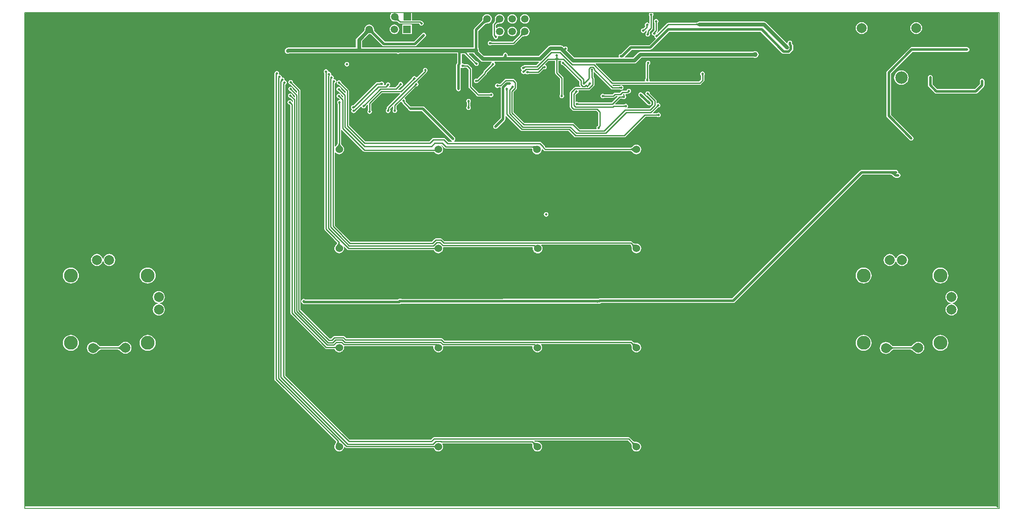
<source format=gbl>
G04*
G04 #@! TF.GenerationSoftware,Altium Limited,Altium Designer,19.0.12 (326)*
G04*
G04 Layer_Physical_Order=2*
G04 Layer_Color=16711680*
%FSLAX24Y24*%
%MOIN*%
G70*
G01*
G75*
%ADD10C,0.0079*%
%ADD13C,0.0100*%
%ADD14C,0.0060*%
%ADD106C,0.0200*%
%ADD108C,0.0300*%
%ADD110C,0.1969*%
%ADD111C,0.0600*%
%ADD112C,0.1102*%
%ADD113C,0.0787*%
%ADD114R,0.0591X0.0591*%
%ADD115C,0.0591*%
%ADD116C,0.0984*%
%ADD117C,0.0197*%
%ADD118C,0.1614*%
%ADD119C,0.0394*%
G36*
X68595Y129216D02*
X68592Y129211D01*
X68589Y129205D01*
X68587Y129199D01*
X68585Y129192D01*
X68583Y129184D01*
X68582Y129176D01*
X68581Y129167D01*
X68580Y129146D01*
X68480D01*
X68480Y129157D01*
X68478Y129176D01*
X68477Y129184D01*
X68475Y129192D01*
X68473Y129199D01*
X68471Y129205D01*
X68468Y129211D01*
X68465Y129216D01*
X68461Y129220D01*
X68599D01*
X68595Y129216D01*
D02*
G37*
G36*
X48446Y129085D02*
X48451Y129009D01*
X48456Y128975D01*
X48462Y128944D01*
X48470Y128916D01*
X48479Y128891D01*
X48490Y128869D01*
X48502Y128850D01*
X48516Y128834D01*
X48446Y128764D01*
X48430Y128778D01*
X48411Y128790D01*
X48389Y128801D01*
X48364Y128810D01*
X48336Y128818D01*
X48305Y128824D01*
X48271Y128829D01*
X48195Y128834D01*
X48153Y128835D01*
X48445Y129127D01*
X48446Y129085D01*
D02*
G37*
G36*
X50212Y128729D02*
X50242Y128703D01*
X50246Y128700D01*
X50250Y128698D01*
X50252Y128697D01*
X50255Y128697D01*
X50173Y128615D01*
X50173Y128618D01*
X50172Y128620D01*
X50170Y128624D01*
X50167Y128628D01*
X50164Y128633D01*
X50154Y128644D01*
X50133Y128666D01*
X50204Y128737D01*
X50212Y128729D01*
D02*
G37*
G36*
X96110Y90125D02*
X96064Y90106D01*
X95960Y90210D01*
X18740D01*
Y129350D01*
X18810Y129420D01*
X47836D01*
X47861Y129370D01*
X47822Y129319D01*
X47784Y129228D01*
X47771Y129130D01*
X47784Y129032D01*
X47822Y128941D01*
X47882Y128862D01*
X47961Y128802D01*
X48052Y128764D01*
X48150Y128751D01*
X48162Y128753D01*
X48192Y128753D01*
X48263Y128748D01*
X48291Y128744D01*
X48316Y128739D01*
X48338Y128733D01*
X48356Y128726D01*
X48370Y128719D01*
X48380Y128712D01*
X48482Y128611D01*
X48525Y128582D01*
X48575Y128572D01*
X50094D01*
X50102Y128530D01*
X50141Y128471D01*
X50200Y128432D01*
X50270Y128418D01*
X50340Y128432D01*
X50399Y128471D01*
X50438Y128530D01*
X50452Y128600D01*
X50438Y128670D01*
X50399Y128729D01*
X50340Y128768D01*
X50277Y128781D01*
X50259Y128798D01*
X50216Y128827D01*
X50165Y128837D01*
X49525D01*
Y129420D01*
X68342D01*
X68369Y129370D01*
X68362Y129360D01*
X68348Y129290D01*
X68362Y129220D01*
X68397Y129168D01*
X68397Y129166D01*
X68397Y129164D01*
Y128606D01*
X68347Y128590D01*
X68329Y128619D01*
X68270Y128658D01*
X68200Y128672D01*
X68130Y128658D01*
X68071Y128619D01*
X68032Y128560D01*
X68018Y128490D01*
X68032Y128420D01*
X68046Y128399D01*
X68047Y128398D01*
X68047Y128397D01*
X68047Y128397D01*
X68048Y128392D01*
X68048Y128390D01*
X68049Y128381D01*
Y128356D01*
X67885Y128192D01*
X67884Y128192D01*
X67882Y128190D01*
X67820Y128178D01*
X67761Y128139D01*
X67722Y128080D01*
X67708Y128010D01*
X67722Y127940D01*
X67761Y127881D01*
X67820Y127842D01*
X67890Y127828D01*
X67960Y127842D01*
X68019Y127881D01*
X68058Y127940D01*
X68070Y128002D01*
X68071Y128004D01*
X68073Y128006D01*
X68105Y128038D01*
X68150Y128012D01*
X68143Y127975D01*
Y127863D01*
X68131Y127856D01*
X68092Y127797D01*
X68078Y127727D01*
X68092Y127657D01*
X68131Y127598D01*
X68190Y127559D01*
X68260Y127545D01*
X68330Y127559D01*
X68389Y127598D01*
X68428Y127657D01*
X68442Y127727D01*
X68428Y127797D01*
X68411Y127823D01*
X68411Y127823D01*
X68410Y127824D01*
X68410Y127825D01*
X68410Y127826D01*
X68409Y127828D01*
X68409Y127830D01*
X68408Y127840D01*
Y127920D01*
X68624Y128136D01*
X68652Y128179D01*
X68663Y128230D01*
Y129165D01*
X68663Y129165D01*
X68663Y129168D01*
X68698Y129220D01*
X68712Y129290D01*
X68698Y129360D01*
X68691Y129370D01*
X68718Y129420D01*
X96110D01*
Y90125D01*
D02*
G37*
G36*
X68254Y128408D02*
X68250Y128405D01*
X68246Y128400D01*
X68243Y128395D01*
X68240Y128389D01*
X68237Y128383D01*
X68235Y128375D01*
X68234Y128367D01*
X68232Y128358D01*
X68232Y128348D01*
X68231Y128338D01*
X68131Y128360D01*
X68131Y128371D01*
X68129Y128399D01*
X68128Y128407D01*
X68125Y128420D01*
X68124Y128425D01*
X68121Y128430D01*
X68119Y128434D01*
X68254Y128408D01*
D02*
G37*
G36*
X68027Y128076D02*
X68020Y128069D01*
X68007Y128054D01*
X68002Y128047D01*
X67998Y128041D01*
X67994Y128034D01*
X67992Y128028D01*
X67990Y128022D01*
X67989Y128016D01*
X67988Y128011D01*
X67891Y128108D01*
X67896Y128109D01*
X67902Y128110D01*
X67908Y128112D01*
X67914Y128114D01*
X67921Y128118D01*
X67927Y128122D01*
X67934Y128127D01*
X67941Y128133D01*
X67956Y128147D01*
X68027Y128076D01*
D02*
G37*
G36*
X68325Y127860D02*
X68326Y127849D01*
X68328Y127821D01*
X68329Y127813D01*
X68330Y127806D01*
X68332Y127800D01*
X68334Y127794D01*
X68336Y127790D01*
X68339Y127786D01*
X68203Y127807D01*
X68207Y127811D01*
X68211Y127815D01*
X68214Y127820D01*
X68217Y127826D01*
X68220Y127833D01*
X68222Y127840D01*
X68223Y127849D01*
X68224Y127858D01*
X68225Y127868D01*
X68225Y127878D01*
X68325Y127860D01*
D02*
G37*
%LPC*%
G36*
X58490Y129329D02*
X58392Y129316D01*
X58301Y129278D01*
X58222Y129218D01*
X58162Y129139D01*
X58124Y129048D01*
X58111Y128950D01*
X58124Y128852D01*
X58162Y128761D01*
X58222Y128682D01*
X58301Y128622D01*
X58392Y128584D01*
X58490Y128571D01*
X58588Y128584D01*
X58679Y128622D01*
X58758Y128682D01*
X58818Y128761D01*
X58856Y128852D01*
X58869Y128950D01*
X58856Y129048D01*
X58818Y129139D01*
X58758Y129218D01*
X58679Y129278D01*
X58588Y129316D01*
X58490Y129329D01*
D02*
G37*
G36*
X57490D02*
X57392Y129316D01*
X57301Y129278D01*
X57222Y129218D01*
X57162Y129139D01*
X57124Y129048D01*
X57111Y128950D01*
X57124Y128852D01*
X57162Y128761D01*
X57222Y128682D01*
X57301Y128622D01*
X57392Y128584D01*
X57490Y128571D01*
X57588Y128584D01*
X57679Y128622D01*
X57758Y128682D01*
X57818Y128761D01*
X57856Y128852D01*
X57869Y128950D01*
X57856Y129048D01*
X57818Y129139D01*
X57758Y129218D01*
X57679Y129278D01*
X57588Y129316D01*
X57490Y129329D01*
D02*
G37*
G36*
X56490D02*
X56392Y129316D01*
X56301Y129278D01*
X56222Y129218D01*
X56162Y129139D01*
X56124Y129048D01*
X56111Y128950D01*
X56113Y128938D01*
X56113Y128908D01*
X56108Y128837D01*
X56104Y128809D01*
X56099Y128784D01*
X56093Y128762D01*
X56086Y128744D01*
X56079Y128730D01*
X56072Y128720D01*
X55971Y128618D01*
X55942Y128575D01*
X55932Y128525D01*
Y127651D01*
X55942Y127601D01*
X55971Y127558D01*
X56002Y127527D01*
X55998Y127510D01*
X56012Y127440D01*
X56051Y127381D01*
X56110Y127342D01*
X56180Y127328D01*
X56250Y127342D01*
X56309Y127381D01*
X56348Y127440D01*
X56362Y127510D01*
X56355Y127546D01*
X56379Y127570D01*
X56398Y127584D01*
X56490Y127571D01*
X56588Y127584D01*
X56679Y127622D01*
X56758Y127682D01*
X56818Y127761D01*
X56856Y127852D01*
X56869Y127950D01*
X56856Y128048D01*
X56818Y128139D01*
X56758Y128218D01*
X56679Y128278D01*
X56588Y128316D01*
X56490Y128329D01*
X56392Y128316D01*
X56301Y128278D01*
X56247Y128237D01*
X56197Y128261D01*
Y128470D01*
X56260Y128532D01*
X56270Y128539D01*
X56284Y128546D01*
X56302Y128553D01*
X56324Y128559D01*
X56349Y128564D01*
X56377Y128568D01*
X56448Y128573D01*
X56478Y128573D01*
X56490Y128571D01*
X56588Y128584D01*
X56679Y128622D01*
X56758Y128682D01*
X56818Y128761D01*
X56856Y128852D01*
X56869Y128950D01*
X56856Y129048D01*
X56818Y129139D01*
X56758Y129218D01*
X56679Y129278D01*
X56588Y129316D01*
X56490Y129329D01*
D02*
G37*
G36*
X49505Y128505D02*
X48755D01*
Y127755D01*
X49505D01*
Y128505D01*
D02*
G37*
G36*
X48130Y128509D02*
X48032Y128496D01*
X47941Y128458D01*
X47862Y128398D01*
X47802Y128319D01*
X47764Y128228D01*
X47751Y128130D01*
X47764Y128032D01*
X47802Y127941D01*
X47862Y127862D01*
X47941Y127802D01*
X48032Y127764D01*
X48130Y127751D01*
X48228Y127764D01*
X48319Y127802D01*
X48398Y127862D01*
X48458Y127941D01*
X48496Y128032D01*
X48509Y128130D01*
X48496Y128228D01*
X48458Y128319D01*
X48398Y128398D01*
X48319Y128458D01*
X48228Y128496D01*
X48130Y128509D01*
D02*
G37*
G36*
X89585Y128696D02*
X89462Y128680D01*
X89346Y128632D01*
X89248Y128556D01*
X89172Y128457D01*
X89124Y128342D01*
X89108Y128218D01*
X89124Y128095D01*
X89172Y127980D01*
X89248Y127881D01*
X89346Y127805D01*
X89462Y127757D01*
X89585Y127741D01*
X89709Y127757D01*
X89824Y127805D01*
X89923Y127881D01*
X89999Y127980D01*
X90047Y128095D01*
X90063Y128218D01*
X90047Y128342D01*
X89999Y128457D01*
X89923Y128556D01*
X89824Y128632D01*
X89709Y128680D01*
X89585Y128696D01*
D02*
G37*
G36*
X85255D02*
X85131Y128680D01*
X85016Y128632D01*
X84917Y128556D01*
X84841Y128457D01*
X84793Y128342D01*
X84777Y128218D01*
X84793Y128095D01*
X84841Y127980D01*
X84917Y127881D01*
X85016Y127805D01*
X85131Y127757D01*
X85255Y127741D01*
X85378Y127757D01*
X85494Y127805D01*
X85592Y127881D01*
X85668Y127980D01*
X85716Y128095D01*
X85732Y128218D01*
X85716Y128342D01*
X85668Y128457D01*
X85592Y128556D01*
X85494Y128632D01*
X85378Y128680D01*
X85255Y128696D01*
D02*
G37*
G36*
X58490Y128329D02*
X58392Y128316D01*
X58301Y128278D01*
X58222Y128218D01*
X58162Y128139D01*
X58124Y128048D01*
X58111Y127950D01*
X58113Y127938D01*
X58113Y127908D01*
X58108Y127837D01*
X58104Y127809D01*
X58099Y127784D01*
X58093Y127762D01*
X58086Y127744D01*
X58079Y127730D01*
X58072Y127720D01*
X57515Y127163D01*
X55845D01*
X55845Y127163D01*
X55842Y127163D01*
X55790Y127198D01*
X55720Y127212D01*
X55650Y127198D01*
X55591Y127159D01*
X55552Y127100D01*
X55538Y127030D01*
X55552Y126960D01*
X55591Y126901D01*
X55650Y126862D01*
X55720Y126848D01*
X55790Y126862D01*
X55842Y126897D01*
X55844Y126897D01*
X55846Y126897D01*
X57570D01*
X57621Y126908D01*
X57664Y126936D01*
X58260Y127532D01*
X58270Y127539D01*
X58284Y127546D01*
X58302Y127553D01*
X58324Y127559D01*
X58349Y127564D01*
X58377Y127568D01*
X58448Y127573D01*
X58478Y127573D01*
X58490Y127571D01*
X58588Y127584D01*
X58679Y127622D01*
X58758Y127682D01*
X58818Y127761D01*
X58856Y127852D01*
X58869Y127950D01*
X58856Y128048D01*
X58818Y128139D01*
X58758Y128218D01*
X58679Y128278D01*
X58588Y128316D01*
X58490Y128329D01*
D02*
G37*
G36*
X57490D02*
X57392Y128316D01*
X57301Y128278D01*
X57222Y128218D01*
X57162Y128139D01*
X57124Y128048D01*
X57111Y127950D01*
X57124Y127852D01*
X57162Y127761D01*
X57222Y127682D01*
X57301Y127622D01*
X57392Y127584D01*
X57490Y127571D01*
X57588Y127584D01*
X57679Y127622D01*
X57758Y127682D01*
X57818Y127761D01*
X57856Y127852D01*
X57869Y127950D01*
X57856Y128048D01*
X57818Y128139D01*
X57758Y128218D01*
X57679Y128278D01*
X57588Y128316D01*
X57490Y128329D01*
D02*
G37*
G36*
X55490Y129329D02*
X55392Y129316D01*
X55301Y129278D01*
X55222Y129218D01*
X55162Y129139D01*
X55124Y129048D01*
X55111Y128950D01*
X55113Y128939D01*
X55113Y128923D01*
X55110Y128900D01*
X55107Y128879D01*
X55102Y128859D01*
X55095Y128840D01*
X55087Y128822D01*
X55078Y128805D01*
X55067Y128788D01*
X55060Y128779D01*
X54483Y128202D01*
X54443Y128143D01*
X54429Y128073D01*
Y126673D01*
X45535D01*
Y127203D01*
X46036Y127704D01*
X46047Y127714D01*
X46064Y127726D01*
X46080Y127736D01*
X46093Y127743D01*
X46105Y127748D01*
X46114Y127751D01*
X46121Y127753D01*
X46130Y127751D01*
X46141Y127753D01*
X46157Y127753D01*
X46180Y127750D01*
X46201Y127747D01*
X46221Y127742D01*
X46240Y127735D01*
X46258Y127727D01*
X46275Y127718D01*
X46292Y127707D01*
X46301Y127700D01*
X47169Y126832D01*
X47228Y126792D01*
X47298Y126778D01*
X49742D01*
X49812Y126792D01*
X49871Y126832D01*
X50580Y127540D01*
X50620Y127600D01*
X50634Y127670D01*
X50620Y127740D01*
X50580Y127800D01*
X50520Y127840D01*
X50450Y127854D01*
X50380Y127840D01*
X50320Y127800D01*
X49666Y127145D01*
X47374D01*
X46560Y127959D01*
X46553Y127968D01*
X46542Y127985D01*
X46533Y128002D01*
X46525Y128020D01*
X46518Y128039D01*
X46513Y128059D01*
X46510Y128080D01*
X46507Y128103D01*
X46507Y128119D01*
X46509Y128130D01*
X46496Y128228D01*
X46458Y128319D01*
X46398Y128398D01*
X46319Y128458D01*
X46228Y128496D01*
X46130Y128509D01*
X46032Y128496D01*
X45941Y128458D01*
X45862Y128398D01*
X45802Y128319D01*
X45764Y128228D01*
X45751Y128130D01*
X45753Y128121D01*
X45751Y128114D01*
X45748Y128105D01*
X45743Y128093D01*
X45736Y128080D01*
X45726Y128064D01*
X45714Y128048D01*
X45701Y128032D01*
X45134Y127466D01*
X45083Y127390D01*
X45065Y127300D01*
Y126673D01*
X39668D01*
X39579Y126655D01*
X39503Y126604D01*
X39474Y126576D01*
X39423Y126500D01*
X39405Y126410D01*
X39423Y126320D01*
X39474Y126244D01*
X39550Y126193D01*
X39640Y126175D01*
X39730Y126193D01*
X39746Y126204D01*
X48317D01*
X48350Y126182D01*
X48420Y126168D01*
X48490Y126182D01*
X48523Y126204D01*
X53106D01*
Y125450D01*
X53080Y125424D01*
X53040Y125364D01*
X53026Y125294D01*
Y123380D01*
X53040Y123310D01*
X53080Y123250D01*
X53140Y123210D01*
X53210Y123196D01*
X53280Y123210D01*
X53340Y123250D01*
X53380Y123310D01*
X53394Y123380D01*
Y125053D01*
X53444Y125080D01*
X53470Y125062D01*
X53540Y125048D01*
X53610Y125062D01*
X53662Y125097D01*
X53664Y125097D01*
X53666Y125097D01*
X53845D01*
X54017Y124925D01*
Y123553D01*
X54028Y123502D01*
X54056Y123459D01*
X54568Y122947D01*
X54595Y122908D01*
X54686Y122816D01*
X54729Y122788D01*
X54780Y122777D01*
X55675D01*
X55675Y122777D01*
X55678Y122777D01*
X55730Y122742D01*
X55800Y122728D01*
X55870Y122742D01*
X55929Y122781D01*
X55968Y122840D01*
X55982Y122910D01*
X55968Y122980D01*
X55929Y123039D01*
X55870Y123078D01*
X55800Y123092D01*
X55730Y123078D01*
X55678Y123043D01*
X55676Y123043D01*
X55674Y123043D01*
X54835D01*
X54808Y123069D01*
X54782Y123108D01*
X54283Y123608D01*
Y124980D01*
X54272Y125031D01*
X54244Y125074D01*
X53994Y125324D01*
X53951Y125352D01*
X53900Y125363D01*
X53665D01*
X53665Y125363D01*
X53662Y125363D01*
X53610Y125398D01*
X53540Y125412D01*
X53512Y125406D01*
X53474Y125438D01*
Y126138D01*
X53530Y126142D01*
X53681D01*
X54457Y125366D01*
X54461Y125361D01*
X54463Y125358D01*
X54464Y125356D01*
X54464Y125356D01*
X54465Y125355D01*
X54465Y125353D01*
X54465Y125353D01*
X54472Y125320D01*
X54511Y125261D01*
X54570Y125222D01*
X54640Y125208D01*
X54710Y125222D01*
X54769Y125261D01*
X54808Y125320D01*
X54822Y125390D01*
X54808Y125460D01*
X54769Y125519D01*
X54710Y125558D01*
X54640Y125572D01*
X54628Y125570D01*
X54628Y125570D01*
X54040Y126158D01*
X54059Y126204D01*
X54398D01*
X54447Y126132D01*
X54969Y125609D01*
X55045Y125558D01*
X55135Y125541D01*
X55834D01*
X55849Y125491D01*
X55831Y125479D01*
X55792Y125420D01*
X55780Y125358D01*
X55779Y125356D01*
X55777Y125354D01*
X55232Y124809D01*
X55203Y124766D01*
X55193Y124716D01*
Y124691D01*
X54696Y124194D01*
X54690Y124198D01*
X54620Y124212D01*
X54550Y124198D01*
X54491Y124159D01*
X54452Y124100D01*
X54438Y124030D01*
X54452Y123960D01*
X54491Y123901D01*
X54550Y123862D01*
X54620Y123848D01*
X54690Y123862D01*
X54735Y123892D01*
X54761Y123898D01*
X54804Y123926D01*
X55419Y124542D01*
X55448Y124585D01*
X55458Y124636D01*
Y124661D01*
X55965Y125168D01*
X55966Y125168D01*
X55968Y125170D01*
X56030Y125182D01*
X56089Y125221D01*
X56128Y125280D01*
X56142Y125350D01*
X56128Y125420D01*
X56089Y125479D01*
X56071Y125491D01*
X56086Y125541D01*
X59583D01*
X59602Y125494D01*
X59391Y125283D01*
X58482D01*
X58431Y125272D01*
X58388Y125244D01*
X58363Y125219D01*
X58346Y125222D01*
X58276Y125209D01*
X58217Y125169D01*
X58178Y125110D01*
X58164Y125040D01*
X58178Y124971D01*
X58217Y124912D01*
X58251Y124889D01*
Y124869D01*
X58212Y124810D01*
X58198Y124740D01*
X58212Y124670D01*
X58251Y124611D01*
X58310Y124572D01*
X58380Y124558D01*
X58450Y124572D01*
X58509Y124611D01*
X58557Y124594D01*
X58609Y124559D01*
X58678Y124545D01*
X58748Y124559D01*
X58801Y124594D01*
X58802Y124594D01*
X58805Y124594D01*
X59539D01*
X59590Y124604D01*
X59633Y124633D01*
X59965Y124965D01*
X59970Y124962D01*
X60040Y124948D01*
X60110Y124962D01*
X60169Y125001D01*
X60208Y125060D01*
X60222Y125130D01*
X60208Y125200D01*
X60169Y125259D01*
X60110Y125298D01*
X60100Y125300D01*
X60085Y125348D01*
X60375Y125637D01*
X60892D01*
X60896Y125637D01*
X60897Y125637D01*
X60897Y125636D01*
X60897Y125632D01*
Y124640D01*
X60908Y124589D01*
X60936Y124546D01*
X61287Y124195D01*
Y122945D01*
X61287Y122945D01*
X61287Y122942D01*
X61252Y122890D01*
X61238Y122820D01*
X61252Y122750D01*
X61291Y122691D01*
X61350Y122652D01*
X61420Y122638D01*
X61490Y122652D01*
X61549Y122691D01*
X61588Y122750D01*
X61602Y122820D01*
X61588Y122890D01*
X61553Y122942D01*
X61553Y122944D01*
X61553Y122946D01*
Y124250D01*
X61542Y124301D01*
X61514Y124344D01*
X61163Y124695D01*
Y125632D01*
X61163Y125636D01*
X61163Y125637D01*
X61164Y125637D01*
X61168Y125637D01*
X61366D01*
X61384Y125587D01*
X61352Y125540D01*
X61338Y125470D01*
X61352Y125400D01*
X61391Y125341D01*
X61450Y125302D01*
X61512Y125290D01*
X61514Y125289D01*
X61516Y125287D01*
X62809Y123994D01*
Y123735D01*
X62819Y123685D01*
X62848Y123642D01*
X62902Y123587D01*
X62883Y123541D01*
X62495D01*
X62445Y123531D01*
X62402Y123502D01*
X62098Y123198D01*
X62069Y123155D01*
X62059Y123105D01*
Y121958D01*
X62069Y121908D01*
X62098Y121865D01*
X62266Y121696D01*
X62309Y121668D01*
X62360Y121657D01*
X62388D01*
X62431Y121649D01*
X64164D01*
X64307Y121505D01*
Y120495D01*
X64266Y120454D01*
X64240Y120414D01*
X64231Y120409D01*
X64192Y120350D01*
X64178Y120280D01*
X64187Y120234D01*
X64154Y120184D01*
X62865D01*
X62416Y120634D01*
X62373Y120662D01*
X62322Y120673D01*
X58455D01*
X57581Y121546D01*
Y123130D01*
X57822Y123372D01*
X57851Y123415D01*
X57861Y123465D01*
Y123668D01*
X57851Y123719D01*
X57833Y123747D01*
Y123900D01*
X57822Y123951D01*
X57794Y123994D01*
X57645Y124142D01*
X57602Y124171D01*
X57552Y124181D01*
X56969D01*
X56919Y124171D01*
X56876Y124142D01*
X56506Y123773D01*
X56425D01*
X56425Y123773D01*
X56422Y123773D01*
X56370Y123808D01*
X56300Y123822D01*
X56230Y123808D01*
X56171Y123769D01*
X56132Y123710D01*
X56118Y123640D01*
X56132Y123570D01*
X56171Y123511D01*
X56230Y123472D01*
X56300Y123458D01*
X56370Y123472D01*
X56422Y123507D01*
X56424Y123507D01*
X56426Y123507D01*
X56561D01*
X56578Y123493D01*
Y121075D01*
X56020Y120517D01*
X55980Y120458D01*
X55966Y120388D01*
X55980Y120317D01*
X56020Y120258D01*
X56080Y120218D01*
X56150Y120204D01*
X56220Y120218D01*
X56280Y120258D01*
X56891Y120869D01*
X56931Y120929D01*
X56945Y120999D01*
Y121228D01*
X56995Y121248D01*
X58157Y120086D01*
X58200Y120058D01*
X58251Y120047D01*
X61965D01*
X62415Y119598D01*
X62458Y119569D01*
X62508Y119559D01*
X66384D01*
X66435Y119569D01*
X66478Y119598D01*
X68077Y121197D01*
X68975D01*
X68975Y121197D01*
X68978Y121197D01*
X69030Y121162D01*
X69100Y121148D01*
X69170Y121162D01*
X69229Y121201D01*
X69268Y121260D01*
X69282Y121330D01*
X69268Y121400D01*
X69229Y121459D01*
X69170Y121498D01*
X69100Y121512D01*
X69030Y121498D01*
X68978Y121463D01*
X68976Y121463D01*
X68974Y121463D01*
X68695D01*
X68676Y121509D01*
X69075Y121908D01*
X69076Y121908D01*
X69078Y121910D01*
X69140Y121922D01*
X69199Y121961D01*
X69238Y122020D01*
X69252Y122090D01*
X69238Y122160D01*
X69199Y122219D01*
X69140Y122258D01*
X69070Y122272D01*
X69000Y122258D01*
X68983Y122246D01*
X68933Y122273D01*
Y122460D01*
X68922Y122511D01*
X68894Y122554D01*
X68422Y123025D01*
X68422Y123026D01*
X68420Y123028D01*
X68408Y123090D01*
X68369Y123149D01*
X68310Y123188D01*
X68240Y123202D01*
X68170Y123188D01*
X68111Y123149D01*
X68072Y123090D01*
X68058Y123020D01*
X68072Y122950D01*
X68111Y122891D01*
X68170Y122852D01*
X68232Y122840D01*
X68234Y122839D01*
X68236Y122837D01*
X68667Y122405D01*
Y122129D01*
X68391Y121853D01*
X66646D01*
X66631Y121895D01*
X66629Y121903D01*
X66668Y121960D01*
X66682Y122030D01*
X66668Y122100D01*
X66629Y122159D01*
X66570Y122198D01*
X66500Y122212D01*
X66430Y122198D01*
X66378Y122163D01*
X66376Y122163D01*
X66374Y122163D01*
X65675D01*
X65656Y122209D01*
X66085Y122637D01*
X66235D01*
X66235Y122637D01*
X66238Y122637D01*
X66290Y122602D01*
X66360Y122588D01*
X66430Y122602D01*
X66489Y122641D01*
X66528Y122700D01*
X66542Y122770D01*
X66528Y122840D01*
X66493Y122893D01*
Y122910D01*
X66485Y122947D01*
X66513Y122997D01*
X66664D01*
X66715Y123008D01*
X66756Y123035D01*
X66820Y123048D01*
X66879Y123087D01*
X66918Y123146D01*
X66932Y123216D01*
X66918Y123285D01*
X66879Y123344D01*
X66820Y123384D01*
X66750Y123398D01*
X66680Y123384D01*
X66621Y123344D01*
X66582Y123285D01*
X66577Y123263D01*
X66245D01*
X66195Y123252D01*
X66152Y123224D01*
X66021Y123093D01*
X65647D01*
X65596Y123082D01*
X65553Y123054D01*
X65462Y122963D01*
X64795D01*
X64795Y122963D01*
X64792Y122963D01*
X64740Y122998D01*
X64670Y123012D01*
X64600Y122998D01*
X64541Y122959D01*
X64502Y122900D01*
X64488Y122830D01*
X64502Y122760D01*
X64541Y122701D01*
X64600Y122662D01*
X64670Y122648D01*
X64740Y122662D01*
X64792Y122697D01*
X64794Y122697D01*
X64796Y122697D01*
X65517D01*
X65568Y122708D01*
X65611Y122736D01*
X65702Y122827D01*
X65835D01*
X65854Y122781D01*
X65395Y122323D01*
X62725D01*
X62725Y122323D01*
X62722Y122323D01*
X62670Y122358D01*
X62600Y122372D01*
X62554Y122363D01*
X62504Y122396D01*
Y122907D01*
X62595Y122998D01*
X62596Y122998D01*
X62598Y123000D01*
X62660Y123012D01*
X62719Y123051D01*
X62758Y123110D01*
X62772Y123180D01*
X62763Y123226D01*
X62796Y123276D01*
X63571D01*
X63622Y123286D01*
X63665Y123315D01*
X63982Y123632D01*
X64011Y123675D01*
X64021Y123725D01*
Y124207D01*
X64011Y124258D01*
X63982Y124301D01*
X63935Y124348D01*
Y124732D01*
X63985Y124752D01*
X65341Y123396D01*
X65384Y123368D01*
X65434Y123357D01*
X66015D01*
X66015Y123357D01*
X66018Y123357D01*
X66070Y123322D01*
X66140Y123308D01*
X66210Y123322D01*
X66269Y123361D01*
X66308Y123420D01*
X66322Y123490D01*
X66308Y123560D01*
X66269Y123619D01*
X66210Y123658D01*
X66140Y123672D01*
X66070Y123658D01*
X66018Y123623D01*
X66016Y123623D01*
X66014Y123623D01*
X65489D01*
X65439Y123673D01*
X65460Y123723D01*
X72386D01*
X72436Y123733D01*
X72479Y123762D01*
X72694Y123976D01*
X72722Y124019D01*
X72733Y124070D01*
Y124465D01*
X72733Y124465D01*
X72733Y124468D01*
X72768Y124520D01*
X72782Y124590D01*
X72768Y124660D01*
X72729Y124719D01*
X72670Y124758D01*
X72600Y124772D01*
X72530Y124758D01*
X72471Y124719D01*
X72432Y124660D01*
X72418Y124590D01*
X72432Y124520D01*
X72467Y124468D01*
X72467Y124466D01*
X72467Y124464D01*
Y124125D01*
X72331Y123988D01*
X68416D01*
X68383Y124038D01*
X68392Y124084D01*
X68378Y124154D01*
X68343Y124206D01*
X68343Y124208D01*
X68343Y124210D01*
Y125281D01*
X68350Y125282D01*
X68409Y125321D01*
X68448Y125380D01*
X68462Y125450D01*
X68448Y125520D01*
X68409Y125579D01*
X68350Y125618D01*
X68280Y125632D01*
X68210Y125618D01*
X68151Y125579D01*
X68112Y125520D01*
X68098Y125450D01*
X68103Y125427D01*
X68088Y125405D01*
X68077Y125354D01*
Y124209D01*
X68077Y124209D01*
X68077Y124206D01*
X68042Y124154D01*
X68028Y124084D01*
X68037Y124038D01*
X68004Y123988D01*
X65484D01*
X64107Y125365D01*
X64127Y125415D01*
X67185D01*
X67275Y125433D01*
X67351Y125484D01*
X67753Y125885D01*
X76641D01*
X76650Y125878D01*
X76718Y125850D01*
X76790Y125841D01*
X76862Y125850D01*
X76930Y125878D01*
X76987Y125923D01*
X77032Y125980D01*
X77060Y126048D01*
X77069Y126120D01*
X77060Y126192D01*
X77032Y126260D01*
X76987Y126317D01*
X76930Y126362D01*
X76862Y126390D01*
X76790Y126399D01*
X76718Y126390D01*
X76650Y126362D01*
X76641Y126355D01*
X67655D01*
X67566Y126337D01*
X67490Y126286D01*
X67088Y125885D01*
X66429D01*
X66410Y125931D01*
X66978Y126498D01*
X68455D01*
X68526Y126512D01*
X68585Y126552D01*
X69960Y127926D01*
X77224D01*
X78920Y126230D01*
X78980Y126190D01*
X79050Y126176D01*
X79437D01*
X79507Y126190D01*
X79566Y126230D01*
X79760Y126424D01*
X79800Y126483D01*
X79814Y126553D01*
Y126827D01*
X79800Y126897D01*
X79760Y126956D01*
X79724Y126993D01*
Y127050D01*
X79710Y127120D01*
X79670Y127180D01*
X79610Y127220D01*
X79540Y127234D01*
X79470Y127220D01*
X79410Y127180D01*
X79370Y127120D01*
X79356Y127050D01*
Y127030D01*
X79310Y127011D01*
X77641Y128681D01*
X77565Y128732D01*
X77475Y128750D01*
X72360D01*
X72270Y128732D01*
X72194Y128681D01*
X72191Y128677D01*
X72189Y128675D01*
X72175Y128670D01*
X72155Y128665D01*
X72131Y128660D01*
X71974Y128648D01*
X69895D01*
X69844Y128637D01*
X69801Y128609D01*
X69031Y127838D01*
X68975Y127854D01*
X68972Y127868D01*
X69019Y127914D01*
X69047Y127957D01*
X69057Y128008D01*
Y128644D01*
X69057Y128644D01*
X69058Y128647D01*
X69093Y128699D01*
X69107Y128769D01*
X69093Y128838D01*
X69053Y128897D01*
X68994Y128937D01*
X68925Y128951D01*
X68855Y128937D01*
X68796Y128897D01*
X68757Y128838D01*
X68743Y128769D01*
X68757Y128699D01*
X68792Y128647D01*
X68792Y128645D01*
X68792Y128642D01*
Y128063D01*
X68662Y127932D01*
X68641Y127919D01*
X68628Y127898D01*
X68601Y127872D01*
X68573Y127829D01*
X68563Y127778D01*
X68573Y127727D01*
X68601Y127684D01*
X68644Y127656D01*
X68652Y127654D01*
X68700Y127622D01*
X68770Y127608D01*
X68782Y127560D01*
X68792Y127510D01*
X68831Y127451D01*
X68869Y127426D01*
X68881Y127367D01*
X68379Y126865D01*
X66902D01*
X66831Y126851D01*
X66772Y126811D01*
X66124Y126164D01*
X66120D01*
X66050Y126150D01*
X65990Y126110D01*
X65950Y126050D01*
X65936Y125980D01*
X65946Y125935D01*
X65912Y125885D01*
X62413D01*
X61842Y126456D01*
X61878Y126510D01*
X61892Y126580D01*
X61878Y126650D01*
X61839Y126709D01*
X61780Y126748D01*
X61710Y126762D01*
X61640Y126748D01*
X61586Y126712D01*
X61521Y126776D01*
X61445Y126827D01*
X61356Y126845D01*
X60509D01*
X60420Y126827D01*
X60344Y126776D01*
X60344Y126776D01*
X59577Y126010D01*
X57119D01*
Y126090D01*
X57105Y126160D01*
X57065Y126220D01*
X57006Y126260D01*
X56935Y126274D01*
X56865Y126260D01*
X56806Y126220D01*
X56766Y126160D01*
X56752Y126090D01*
Y126037D01*
X56741Y126027D01*
X56719Y126010D01*
X55232D01*
X54840Y126402D01*
X54847Y126438D01*
X54829Y126528D01*
X54800Y126572D01*
X54796Y126753D01*
Y127997D01*
X55319Y128520D01*
X55328Y128527D01*
X55345Y128538D01*
X55362Y128547D01*
X55380Y128555D01*
X55399Y128562D01*
X55419Y128567D01*
X55440Y128570D01*
X55463Y128573D01*
X55479Y128573D01*
X55490Y128571D01*
X55588Y128584D01*
X55679Y128622D01*
X55758Y128682D01*
X55818Y128761D01*
X55856Y128852D01*
X55869Y128950D01*
X55856Y129048D01*
X55818Y129139D01*
X55758Y129218D01*
X55679Y129278D01*
X55588Y129316D01*
X55490Y129329D01*
D02*
G37*
G36*
X44340Y125532D02*
X44270Y125518D01*
X44211Y125479D01*
X44172Y125420D01*
X44158Y125350D01*
X44172Y125280D01*
X44211Y125221D01*
X44270Y125182D01*
X44340Y125168D01*
X44410Y125182D01*
X44469Y125221D01*
X44508Y125280D01*
X44522Y125350D01*
X44508Y125420D01*
X44469Y125479D01*
X44410Y125518D01*
X44340Y125532D01*
D02*
G37*
G36*
X50570Y125062D02*
X50500Y125048D01*
X50441Y125009D01*
X50402Y124950D01*
X50388Y124880D01*
X50402Y124810D01*
X50408Y124802D01*
X49914Y124308D01*
X49855Y124320D01*
X49829Y124359D01*
X49770Y124398D01*
X49700Y124412D01*
X49630Y124398D01*
X49571Y124359D01*
X49532Y124300D01*
X49520Y124238D01*
X49519Y124236D01*
X49517Y124234D01*
X48595Y123313D01*
X48435D01*
X48416Y123359D01*
X48644Y123586D01*
X48649Y123594D01*
X48690Y123602D01*
X48749Y123641D01*
X48788Y123700D01*
X48802Y123770D01*
X48788Y123840D01*
X48749Y123899D01*
X48690Y123938D01*
X48620Y123952D01*
X48550Y123938D01*
X48491Y123899D01*
X48452Y123840D01*
X48438Y123770D01*
X48440Y123758D01*
X48195Y123513D01*
X47701D01*
X47697Y123524D01*
X47693Y123563D01*
X47744Y123596D01*
X47783Y123655D01*
X47797Y123725D01*
X47783Y123795D01*
X47744Y123854D01*
X47685Y123893D01*
X47615Y123907D01*
X47545Y123893D01*
X47486Y123854D01*
X47447Y123795D01*
X47435Y123733D01*
X47434Y123731D01*
X47432Y123729D01*
X47395Y123693D01*
X47325D01*
X47292Y123743D01*
X47302Y123790D01*
X47288Y123860D01*
X47249Y123919D01*
X47190Y123958D01*
X47120Y123972D01*
X47050Y123958D01*
X46998Y123923D01*
X46996Y123923D01*
X46994Y123923D01*
X46752D01*
X46702Y123912D01*
X46659Y123884D01*
X44874Y122099D01*
X44860Y122102D01*
X44790Y122088D01*
X44731Y122049D01*
X44692Y121990D01*
X44678Y121920D01*
X44692Y121850D01*
X44731Y121791D01*
X44735Y121789D01*
X44751Y121769D01*
X44712Y121710D01*
X44698Y121640D01*
X44712Y121570D01*
X44751Y121511D01*
X44810Y121472D01*
X44880Y121458D01*
X44950Y121472D01*
X45009Y121511D01*
X45048Y121570D01*
X45049Y121575D01*
X45060Y121587D01*
X45449Y121976D01*
X45497Y121966D01*
X45503Y121959D01*
X45541Y121901D01*
X45600Y121862D01*
X45670Y121848D01*
X45740Y121862D01*
X45799Y121901D01*
X45838Y121960D01*
X45850Y122022D01*
X45851Y122024D01*
X45853Y122026D01*
X45981Y122154D01*
X46027Y122135D01*
Y121705D01*
X46027Y121705D01*
X46027Y121702D01*
X45992Y121650D01*
X45978Y121580D01*
X45992Y121510D01*
X46031Y121451D01*
X46090Y121412D01*
X46160Y121398D01*
X46230Y121412D01*
X46289Y121451D01*
X46328Y121510D01*
X46342Y121580D01*
X46328Y121650D01*
X46293Y121702D01*
X46293Y121704D01*
X46293Y121706D01*
Y122211D01*
X47129Y123047D01*
X48562D01*
X48581Y123001D01*
X47552Y121973D01*
X47524Y121930D01*
X47513Y121879D01*
Y121788D01*
X47499Y121779D01*
X47459Y121720D01*
X47446Y121650D01*
X47459Y121580D01*
X47499Y121521D01*
X47558Y121482D01*
X47628Y121468D01*
X47697Y121482D01*
X47756Y121521D01*
X47796Y121580D01*
X47809Y121650D01*
X47796Y121720D01*
X47781Y121741D01*
X47781Y121742D01*
X47781Y121743D01*
X47780Y121743D01*
X47779Y121748D01*
X47779Y121750D01*
X47779Y121759D01*
Y121824D01*
X47981Y122027D01*
X48027Y122008D01*
Y121785D01*
X48027Y121785D01*
X48027Y121782D01*
X47992Y121730D01*
X47978Y121660D01*
X47992Y121590D01*
X48031Y121531D01*
X48090Y121492D01*
X48160Y121478D01*
X48230Y121492D01*
X48289Y121531D01*
X48328Y121590D01*
X48342Y121660D01*
X48328Y121730D01*
X48293Y121782D01*
X48293Y121784D01*
X48293Y121786D01*
Y122038D01*
X48636Y122382D01*
X48695Y122370D01*
X48721Y122331D01*
X48736Y122322D01*
Y122321D01*
X48746Y122271D01*
X48775Y122228D01*
X49125Y121878D01*
X49169Y121830D01*
X49193Y121801D01*
X49200Y121792D01*
X49200Y121791D01*
X49210Y121740D01*
X49250Y121680D01*
X49310Y121640D01*
X49380Y121626D01*
X50304D01*
X52650Y119280D01*
X52692Y119253D01*
X52676Y119203D01*
X52391D01*
X52140Y119454D01*
X52097Y119482D01*
X52046Y119493D01*
X51214D01*
X51163Y119482D01*
X51120Y119454D01*
X50897Y119230D01*
X45795D01*
X44645Y120380D01*
X44503Y120522D01*
Y123240D01*
X44492Y123291D01*
X44464Y123334D01*
X43902Y123895D01*
X43902Y123896D01*
X43900Y123898D01*
X43888Y123960D01*
X43849Y124019D01*
X43790Y124058D01*
X43720Y124072D01*
X43650Y124058D01*
X43591Y124019D01*
X43552Y123960D01*
X43538Y123890D01*
X43552Y123820D01*
X43591Y123761D01*
X43650Y123722D01*
X43712Y123710D01*
X43714Y123709D01*
X43716Y123707D01*
X44237Y123185D01*
Y123085D01*
X44191Y123066D01*
X43882Y123375D01*
X43882Y123376D01*
X43880Y123378D01*
X43868Y123440D01*
X43829Y123499D01*
X43770Y123538D01*
X43700Y123552D01*
X43630Y123538D01*
X43571Y123499D01*
X43532Y123440D01*
X43518Y123370D01*
X43532Y123300D01*
X43571Y123241D01*
X43630Y123202D01*
X43692Y123190D01*
X43694Y123189D01*
X43696Y123187D01*
X44057Y122825D01*
Y122735D01*
X44011Y122716D01*
X43892Y122835D01*
X43892Y122836D01*
X43890Y122838D01*
X43878Y122900D01*
X43839Y122959D01*
X43780Y122998D01*
X43710Y123012D01*
X43640Y122998D01*
X43581Y122959D01*
X43542Y122900D01*
X43528Y122830D01*
X43542Y122760D01*
X43581Y122701D01*
X43640Y122662D01*
X43702Y122650D01*
X43704Y122649D01*
X43706Y122647D01*
X43797Y122556D01*
X43772Y122509D01*
X43760Y122512D01*
X43690Y122498D01*
X43631Y122459D01*
X43592Y122400D01*
X43578Y122330D01*
X43592Y122260D01*
X43611Y122232D01*
X43611Y122232D01*
X43612Y122230D01*
X43612Y122229D01*
X43612Y122229D01*
X43613Y122227D01*
X43613Y122225D01*
X43614Y122214D01*
Y119052D01*
X43614Y119052D01*
X43611Y119040D01*
X43606Y119025D01*
X43598Y119008D01*
X43587Y118989D01*
X43572Y118968D01*
X43555Y118946D01*
X43506Y118895D01*
X43477Y118868D01*
X43476Y118867D01*
X43462Y118855D01*
X43423Y118804D01*
X43373Y118821D01*
X43373Y123809D01*
X43390Y123812D01*
X43449Y123851D01*
X43488Y123910D01*
X43502Y123980D01*
X43488Y124050D01*
X43449Y124109D01*
X43390Y124148D01*
X43320Y124162D01*
X43311Y124160D01*
X43281Y124205D01*
X43298Y124230D01*
X43312Y124300D01*
X43298Y124370D01*
X43259Y124429D01*
X43200Y124468D01*
X43131Y124482D01*
X43130Y124482D01*
X43093Y124526D01*
X43102Y124570D01*
X43088Y124640D01*
X43049Y124699D01*
X42990Y124738D01*
X42920Y124752D01*
X42914Y124751D01*
X42866Y124792D01*
X42857Y124840D01*
X42818Y124899D01*
X42759Y124938D01*
X42689Y124952D01*
X42619Y124938D01*
X42560Y124899D01*
X42521Y124840D01*
X42507Y124770D01*
X42521Y124700D01*
X42556Y124648D01*
X42556Y124646D01*
X42556Y124644D01*
X42556Y112253D01*
X42566Y112203D01*
X42595Y112160D01*
X43281Y111474D01*
X43305Y111437D01*
X43584Y111159D01*
X43580Y111146D01*
X43572Y111128D01*
X43560Y111107D01*
X43546Y111083D01*
X43528Y111059D01*
X43482Y111001D01*
X43467Y110986D01*
X43462Y110981D01*
X43401Y110902D01*
X43362Y110809D01*
X43349Y110710D01*
X43362Y110611D01*
X43401Y110519D01*
X43462Y110439D01*
X43541Y110378D01*
X43633Y110340D01*
X43733Y110327D01*
X43832Y110340D01*
X43924Y110378D01*
X44004Y110439D01*
X44065Y110519D01*
X44103Y110611D01*
X44116Y110710D01*
X44103Y110809D01*
X44082Y110860D01*
X44124Y110889D01*
X44384Y110628D01*
X44427Y110600D01*
X44478Y110590D01*
X51245D01*
X51275Y110519D01*
X51336Y110439D01*
X51415Y110378D01*
X51507Y110340D01*
X51607Y110327D01*
X51706Y110340D01*
X51798Y110378D01*
X51878Y110439D01*
X51939Y110519D01*
X51977Y110611D01*
X51990Y110710D01*
X51982Y110769D01*
X52025Y110819D01*
X58189D01*
X58233Y110828D01*
X59093D01*
X59129Y110778D01*
X59119Y110705D01*
X59132Y110606D01*
X59171Y110514D01*
X59232Y110434D01*
X59311Y110373D01*
X59403Y110335D01*
X59503Y110322D01*
X59602Y110335D01*
X59694Y110373D01*
X59774Y110434D01*
X59835Y110514D01*
X59873Y110606D01*
X59886Y110705D01*
X59873Y110804D01*
X59835Y110897D01*
X59788Y110958D01*
X59812Y111008D01*
X66870D01*
X66932Y110946D01*
X66938Y110935D01*
X66946Y110921D01*
X66952Y110903D01*
X66959Y110881D01*
X66964Y110855D01*
X66968Y110826D01*
X66973Y110754D01*
X66973Y110723D01*
X66971Y110710D01*
X66985Y110611D01*
X67023Y110519D01*
X67084Y110439D01*
X67163Y110378D01*
X67256Y110340D01*
X67355Y110327D01*
X67454Y110340D01*
X67546Y110378D01*
X67626Y110439D01*
X67687Y110519D01*
X67725Y110611D01*
X67738Y110710D01*
X67725Y110809D01*
X67687Y110902D01*
X67626Y110981D01*
X67546Y111042D01*
X67454Y111080D01*
X67355Y111094D01*
X67342Y111092D01*
X67311Y111092D01*
X67239Y111097D01*
X67210Y111101D01*
X67184Y111106D01*
X67162Y111113D01*
X67144Y111119D01*
X67130Y111127D01*
X67119Y111133D01*
X67018Y111234D01*
X66975Y111263D01*
X66925Y111273D01*
X52094D01*
X51901Y111466D01*
X51858Y111495D01*
X51807Y111505D01*
X51407D01*
X51356Y111495D01*
X51313Y111466D01*
X51090Y111243D01*
X44653D01*
X44068Y111829D01*
X44044Y111865D01*
X43373Y112536D01*
X43373Y118347D01*
X43423Y118364D01*
X43462Y118313D01*
X43541Y118252D01*
X43633Y118214D01*
X43733Y118201D01*
X43832Y118214D01*
X43924Y118252D01*
X44004Y118313D01*
X44065Y118393D01*
X44103Y118485D01*
X44116Y118584D01*
X44103Y118683D01*
X44065Y118776D01*
X44004Y118855D01*
X43998Y118859D01*
X43985Y118875D01*
X43938Y118932D01*
X43920Y118957D01*
X43906Y118980D01*
X43895Y119001D01*
X43887Y119020D01*
X43881Y119036D01*
X43879Y119048D01*
Y120134D01*
X43929Y120154D01*
X43985Y120097D01*
X43985Y120097D01*
X45646Y118436D01*
X45689Y118408D01*
X45740Y118397D01*
X51273D01*
X51275Y118393D01*
X51336Y118313D01*
X51415Y118252D01*
X51507Y118214D01*
X51607Y118201D01*
X51706Y118214D01*
X51798Y118252D01*
X51878Y118313D01*
X51939Y118393D01*
X51977Y118485D01*
X51990Y118584D01*
X51977Y118683D01*
X51939Y118776D01*
X51878Y118855D01*
X51846Y118879D01*
X51860Y118932D01*
X51887Y118936D01*
X52126Y118696D01*
X52169Y118668D01*
X52220Y118657D01*
X58570Y118657D01*
X58608Y118650D01*
X59034D01*
X59036Y118650D01*
X59046Y118648D01*
X59052Y118645D01*
X59056Y118643D01*
X59059Y118640D01*
X59062Y118635D01*
X59066Y118626D01*
X59070Y118613D01*
X59072Y118595D01*
X59073Y118582D01*
X59072Y118572D01*
X59085Y118473D01*
X59123Y118381D01*
X59184Y118301D01*
X59263Y118240D01*
X59356Y118202D01*
X59455Y118189D01*
X59554Y118202D01*
X59647Y118240D01*
X59726Y118301D01*
X59787Y118381D01*
X59825Y118473D01*
X59838Y118572D01*
X59835Y118597D01*
X59882Y118620D01*
X60012Y118490D01*
X60055Y118462D01*
X60106Y118452D01*
X66889D01*
X66901Y118449D01*
X66916Y118444D01*
X66934Y118436D01*
X66954Y118424D01*
X66976Y118410D01*
X67000Y118392D01*
X67054Y118345D01*
X67076Y118323D01*
X67084Y118313D01*
X67163Y118252D01*
X67256Y118214D01*
X67355Y118201D01*
X67454Y118214D01*
X67546Y118252D01*
X67626Y118313D01*
X67687Y118393D01*
X67725Y118485D01*
X67738Y118584D01*
X67725Y118683D01*
X67687Y118776D01*
X67626Y118855D01*
X67546Y118916D01*
X67454Y118954D01*
X67355Y118968D01*
X67256Y118954D01*
X67163Y118916D01*
X67084Y118855D01*
X67076Y118845D01*
X67054Y118823D01*
X67000Y118776D01*
X66976Y118758D01*
X66954Y118744D01*
X66934Y118732D01*
X66916Y118724D01*
X66901Y118719D01*
X66889Y118717D01*
X60161D01*
X60093Y118784D01*
X60083Y118834D01*
X60054Y118877D01*
X59773Y119158D01*
X59730Y119187D01*
X59680Y119197D01*
X59282D01*
X59273Y119195D01*
X58754D01*
X58729Y119200D01*
X56560D01*
X56557Y119203D01*
X52884D01*
X52868Y119253D01*
X52910Y119280D01*
X52950Y119340D01*
X52964Y119410D01*
X52950Y119480D01*
X52910Y119540D01*
X50510Y121940D01*
X50450Y121980D01*
X50380Y121994D01*
X49395D01*
X49304Y122074D01*
X49006Y122372D01*
X49018Y122390D01*
X49032Y122460D01*
X49018Y122530D01*
X48979Y122589D01*
X48940Y122615D01*
X48928Y122674D01*
X49845Y123591D01*
X49860Y123588D01*
X49930Y123602D01*
X49989Y123641D01*
X50028Y123700D01*
X50042Y123770D01*
X50028Y123840D01*
X49989Y123899D01*
X49965Y123914D01*
X49959Y123979D01*
X50664Y124683D01*
X50692Y124726D01*
X50697Y124750D01*
X50699Y124751D01*
X50738Y124810D01*
X50752Y124880D01*
X50738Y124950D01*
X50699Y125009D01*
X50640Y125048D01*
X50570Y125062D01*
D02*
G37*
G36*
X88404Y124859D02*
X88255Y124839D01*
X88116Y124781D01*
X87996Y124690D01*
X87905Y124570D01*
X87847Y124431D01*
X87827Y124281D01*
X87847Y124132D01*
X87905Y123993D01*
X87996Y123873D01*
X88116Y123782D01*
X88255Y123724D01*
X88404Y123704D01*
X88554Y123724D01*
X88693Y123782D01*
X88812Y123873D01*
X88904Y123993D01*
X88962Y124132D01*
X88981Y124281D01*
X88962Y124431D01*
X88904Y124570D01*
X88812Y124690D01*
X88693Y124781D01*
X88554Y124839D01*
X88404Y124859D01*
D02*
G37*
G36*
X39880Y124092D02*
X39810Y124078D01*
X39751Y124039D01*
X39712Y123980D01*
X39698Y123910D01*
X39712Y123840D01*
X39751Y123781D01*
X39810Y123742D01*
X39872Y123730D01*
X39874Y123729D01*
X39876Y123727D01*
X40397Y123205D01*
Y123105D01*
X40351Y123086D01*
X40052Y123385D01*
X40052Y123386D01*
X40050Y123388D01*
X40038Y123450D01*
X39999Y123509D01*
X39940Y123548D01*
X39870Y123562D01*
X39800Y123548D01*
X39741Y123509D01*
X39702Y123450D01*
X39688Y123380D01*
X39702Y123310D01*
X39741Y123251D01*
X39800Y123212D01*
X39862Y123200D01*
X39864Y123199D01*
X39866Y123197D01*
X40217Y122845D01*
Y122745D01*
X40171Y122726D01*
X40042Y122855D01*
X40042Y122856D01*
X40040Y122858D01*
X40028Y122920D01*
X39989Y122979D01*
X39930Y123018D01*
X39860Y123032D01*
X39790Y123018D01*
X39731Y122979D01*
X39692Y122920D01*
X39678Y122850D01*
X39692Y122780D01*
X39731Y122721D01*
X39790Y122682D01*
X39852Y122670D01*
X39854Y122669D01*
X39856Y122667D01*
X40037Y122485D01*
Y122347D01*
X39987Y122342D01*
X39978Y122390D01*
X39939Y122449D01*
X39880Y122488D01*
X39810Y122502D01*
X39740Y122488D01*
X39681Y122449D01*
X39642Y122390D01*
X39628Y122320D01*
X39642Y122250D01*
X39681Y122191D01*
X39740Y122152D01*
X39802Y122140D01*
X39804Y122139D01*
X39806Y122137D01*
X39856Y122086D01*
X39856Y105571D01*
X39866Y105521D01*
X39895Y105478D01*
X42600Y102773D01*
X42643Y102744D01*
X42693Y102734D01*
X43364D01*
X43401Y102645D01*
X43462Y102565D01*
X43541Y102504D01*
X43633Y102466D01*
X43733Y102453D01*
X43832Y102466D01*
X43924Y102504D01*
X44004Y102565D01*
X44065Y102645D01*
X44103Y102737D01*
X44116Y102836D01*
X44108Y102897D01*
X44149Y102947D01*
X51190Y102947D01*
X51231Y102897D01*
X51223Y102836D01*
X51236Y102737D01*
X51275Y102645D01*
X51336Y102565D01*
X51415Y102504D01*
X51507Y102466D01*
X51607Y102453D01*
X51706Y102466D01*
X51798Y102504D01*
X51878Y102565D01*
X51939Y102645D01*
X51977Y102737D01*
X51990Y102836D01*
X51982Y102897D01*
X52023Y102947D01*
X59064D01*
X59105Y102897D01*
X59097Y102836D01*
X59110Y102737D01*
X59149Y102645D01*
X59210Y102565D01*
X59289Y102504D01*
X59381Y102466D01*
X59481Y102453D01*
X59580Y102466D01*
X59672Y102504D01*
X59752Y102565D01*
X59813Y102645D01*
X59851Y102737D01*
X59864Y102836D01*
X59851Y102935D01*
X59813Y103028D01*
X59770Y103084D01*
X59794Y103134D01*
X66870Y103134D01*
X66932Y103072D01*
X66938Y103061D01*
X66946Y103047D01*
X66952Y103029D01*
X66959Y103007D01*
X66964Y102980D01*
X66968Y102952D01*
X66973Y102879D01*
X66973Y102849D01*
X66971Y102836D01*
X66985Y102737D01*
X67023Y102645D01*
X67084Y102565D01*
X67163Y102504D01*
X67256Y102466D01*
X67355Y102453D01*
X67454Y102466D01*
X67546Y102504D01*
X67626Y102565D01*
X67687Y102645D01*
X67725Y102737D01*
X67738Y102836D01*
X67725Y102935D01*
X67687Y103028D01*
X67626Y103107D01*
X67546Y103168D01*
X67454Y103206D01*
X67355Y103219D01*
X67342Y103218D01*
X67311Y103218D01*
X67239Y103223D01*
X67210Y103227D01*
X67184Y103232D01*
X67162Y103239D01*
X67144Y103245D01*
X67130Y103252D01*
X67119Y103259D01*
X67018Y103360D01*
X66975Y103389D01*
X66925Y103399D01*
X59216Y103399D01*
X52094D01*
X51953Y103540D01*
X51910Y103569D01*
X51859Y103579D01*
X51354D01*
X51323Y103573D01*
X44304Y103573D01*
X44153Y103724D01*
X44110Y103752D01*
X44059Y103763D01*
X43361D01*
X43310Y103752D01*
X43267Y103724D01*
X43086Y103543D01*
X42974D01*
X40663Y105854D01*
Y107159D01*
Y107370D01*
X40663Y123260D01*
X40652Y123311D01*
X40624Y123354D01*
X40062Y123915D01*
X40062Y123916D01*
X40060Y123918D01*
X40048Y123980D01*
X40009Y124039D01*
X39950Y124078D01*
X39880Y124092D01*
D02*
G37*
G36*
X90700Y124494D02*
X90630Y124480D01*
X90570Y124440D01*
X90530Y124380D01*
X90516Y124310D01*
Y123680D01*
X90530Y123610D01*
X90570Y123550D01*
X91050Y123070D01*
X91110Y123030D01*
X91180Y123016D01*
X94320D01*
X94390Y123030D01*
X94450Y123070D01*
X94950Y123570D01*
X94990Y123630D01*
X95004Y123700D01*
Y124020D01*
X94990Y124090D01*
X94950Y124150D01*
X94890Y124190D01*
X94820Y124204D01*
X94750Y124190D01*
X94690Y124150D01*
X94650Y124090D01*
X94636Y124020D01*
Y123776D01*
X94244Y123384D01*
X91256D01*
X90884Y123756D01*
Y124310D01*
X90870Y124380D01*
X90830Y124440D01*
X90770Y124480D01*
X90700Y124494D01*
D02*
G37*
G36*
X67690Y123121D02*
X67620Y123107D01*
X67560Y123067D01*
X67520Y123008D01*
X67506Y122937D01*
X67520Y122867D01*
X67560Y122808D01*
X68240Y122128D01*
X68300Y122088D01*
X68370Y122074D01*
X68440Y122088D01*
X68500Y122128D01*
X68540Y122187D01*
X68554Y122257D01*
X68540Y122328D01*
X68500Y122387D01*
X67820Y123067D01*
X67760Y123107D01*
X67690Y123121D01*
D02*
G37*
G36*
X54010Y122602D02*
X53940Y122588D01*
X53881Y122549D01*
X53842Y122490D01*
X53828Y122420D01*
X53842Y122350D01*
X53877Y122298D01*
X53877Y122296D01*
X53877Y122294D01*
Y122021D01*
X53877Y122021D01*
X53877Y122018D01*
X53842Y121966D01*
X53828Y121896D01*
X53842Y121826D01*
X53881Y121767D01*
X53940Y121728D01*
X54010Y121714D01*
X54080Y121728D01*
X54139Y121767D01*
X54178Y121826D01*
X54192Y121896D01*
X54178Y121966D01*
X54143Y122018D01*
X54143Y122020D01*
X54143Y122022D01*
Y122295D01*
X54143Y122295D01*
X54143Y122298D01*
X54178Y122350D01*
X54192Y122420D01*
X54178Y122490D01*
X54139Y122549D01*
X54080Y122588D01*
X54010Y122602D01*
D02*
G37*
G36*
X93630Y126704D02*
X89230D01*
X89160Y126690D01*
X89100Y126650D01*
X87270Y124820D01*
X87230Y124760D01*
X87216Y124690D01*
Y121250D01*
X87230Y121180D01*
X87270Y121120D01*
X89050Y119340D01*
X89110Y119300D01*
X89180Y119286D01*
X89190D01*
X89260Y119300D01*
X89320Y119340D01*
X89360Y119400D01*
X89374Y119470D01*
X89360Y119540D01*
X89320Y119600D01*
X89290Y119620D01*
X87584Y121326D01*
Y124614D01*
X89306Y126336D01*
X93630D01*
X93700Y126350D01*
X93760Y126390D01*
X93800Y126450D01*
X93814Y126520D01*
X93800Y126590D01*
X93760Y126650D01*
X93700Y126690D01*
X93630Y126704D01*
D02*
G37*
G36*
X87970Y116954D02*
X85250D01*
X85180Y116940D01*
X85120Y116900D01*
X74964Y106744D01*
X64400D01*
X64330Y106730D01*
X64291Y106704D01*
X56750D01*
X56741Y106702D01*
X56451D01*
X56450Y106702D01*
X56449Y106702D01*
X48719D01*
X48660Y106714D01*
X48510D01*
X48440Y106700D01*
X48380Y106660D01*
X48376Y106654D01*
X41036D01*
X41030Y106660D01*
X40970Y106700D01*
X40900Y106714D01*
X40830Y106700D01*
X40770Y106660D01*
X40730Y106600D01*
X40716Y106530D01*
X40730Y106460D01*
X40770Y106400D01*
X40830Y106340D01*
X40890Y106300D01*
X40960Y106286D01*
X48510D01*
X48580Y106300D01*
X48640Y106340D01*
X48640Y106341D01*
X48672Y106335D01*
X56752D01*
X56761Y106336D01*
X64164D01*
X64170Y106332D01*
X64240Y106318D01*
X64310Y106332D01*
X64316Y106336D01*
X64440D01*
X64510Y106350D01*
X64549Y106376D01*
X75040D01*
X75110Y106390D01*
X75170Y106430D01*
X85326Y116586D01*
X87498D01*
X87524Y116584D01*
X87555Y116578D01*
X87584Y116570D01*
X87613Y116559D01*
X87640Y116546D01*
X87667Y116531D01*
X87693Y116514D01*
X87713Y116498D01*
X87820Y116390D01*
X87880Y116350D01*
X87950Y116336D01*
X88150D01*
X88220Y116350D01*
X88280Y116390D01*
X88320Y116450D01*
X88334Y116520D01*
X88320Y116590D01*
X88280Y116650D01*
X88220Y116690D01*
X88190Y116696D01*
X88150Y116751D01*
X88154Y116770D01*
X88140Y116840D01*
X88100Y116900D01*
X88040Y116940D01*
X87970Y116954D01*
D02*
G37*
G36*
X60180Y113592D02*
X60110Y113578D01*
X60051Y113539D01*
X60012Y113480D01*
X59998Y113410D01*
X60012Y113340D01*
X60051Y113281D01*
X60110Y113242D01*
X60180Y113228D01*
X60250Y113242D01*
X60309Y113281D01*
X60348Y113340D01*
X60362Y113410D01*
X60348Y113480D01*
X60309Y113539D01*
X60250Y113578D01*
X60180Y113592D01*
D02*
G37*
G36*
X88456Y110275D02*
X88332Y110259D01*
X88217Y110211D01*
X88118Y110135D01*
X88042Y110036D01*
X87995Y109921D01*
X87989Y109880D01*
X87939D01*
X87933Y109921D01*
X87886Y110036D01*
X87810Y110135D01*
X87711Y110211D01*
X87595Y110259D01*
X87472Y110275D01*
X87348Y110259D01*
X87233Y110211D01*
X87134Y110135D01*
X87058Y110036D01*
X87010Y109921D01*
X86994Y109797D01*
X87010Y109673D01*
X87058Y109558D01*
X87134Y109459D01*
X87233Y109383D01*
X87348Y109335D01*
X87472Y109319D01*
X87595Y109335D01*
X87711Y109383D01*
X87810Y109459D01*
X87886Y109558D01*
X87933Y109673D01*
X87939Y109714D01*
X87989D01*
X87995Y109673D01*
X88042Y109558D01*
X88118Y109459D01*
X88217Y109383D01*
X88332Y109335D01*
X88456Y109319D01*
X88580Y109335D01*
X88695Y109383D01*
X88794Y109459D01*
X88870Y109558D01*
X88918Y109673D01*
X88934Y109797D01*
X88918Y109921D01*
X88870Y110036D01*
X88794Y110135D01*
X88695Y110211D01*
X88580Y110259D01*
X88456Y110275D01*
D02*
G37*
G36*
X25464D02*
X25340Y110259D01*
X25225Y110211D01*
X25126Y110135D01*
X25050Y110036D01*
X25002Y109921D01*
X24997Y109880D01*
X24947D01*
X24941Y109921D01*
X24893Y110036D01*
X24818Y110135D01*
X24719Y110211D01*
X24603Y110259D01*
X24480Y110275D01*
X24356Y110259D01*
X24241Y110211D01*
X24142Y110135D01*
X24066Y110036D01*
X24018Y109921D01*
X24002Y109797D01*
X24018Y109673D01*
X24066Y109558D01*
X24142Y109459D01*
X24241Y109383D01*
X24356Y109335D01*
X24480Y109319D01*
X24603Y109335D01*
X24719Y109383D01*
X24818Y109459D01*
X24893Y109558D01*
X24941Y109673D01*
X24947Y109714D01*
X24997D01*
X25002Y109673D01*
X25050Y109558D01*
X25126Y109459D01*
X25225Y109383D01*
X25340Y109335D01*
X25464Y109319D01*
X25588Y109335D01*
X25703Y109383D01*
X25802Y109459D01*
X25878Y109558D01*
X25925Y109673D01*
X25942Y109797D01*
X25925Y109921D01*
X25878Y110036D01*
X25802Y110135D01*
X25703Y110211D01*
X25588Y110259D01*
X25464Y110275D01*
D02*
G37*
G36*
X91506Y109194D02*
X91382Y109182D01*
X91263Y109146D01*
X91154Y109087D01*
X91058Y109008D01*
X90979Y108912D01*
X90920Y108803D01*
X90884Y108684D01*
X90872Y108560D01*
X90884Y108436D01*
X90920Y108317D01*
X90979Y108208D01*
X91058Y108112D01*
X91154Y108033D01*
X91263Y107974D01*
X91382Y107938D01*
X91506Y107926D01*
X91630Y107938D01*
X91749Y107974D01*
X91858Y108033D01*
X91955Y108112D01*
X92033Y108208D01*
X92092Y108317D01*
X92128Y108436D01*
X92140Y108560D01*
X92128Y108684D01*
X92092Y108803D01*
X92033Y108912D01*
X91955Y109008D01*
X91858Y109087D01*
X91749Y109146D01*
X91630Y109182D01*
X91506Y109194D01*
D02*
G37*
G36*
X85404D02*
X85280Y109182D01*
X85161Y109146D01*
X85051Y109087D01*
X84955Y109008D01*
X84876Y108912D01*
X84818Y108803D01*
X84782Y108684D01*
X84769Y108560D01*
X84782Y108436D01*
X84818Y108317D01*
X84876Y108208D01*
X84955Y108112D01*
X85051Y108033D01*
X85161Y107974D01*
X85280Y107938D01*
X85404Y107926D01*
X85527Y107938D01*
X85646Y107974D01*
X85756Y108033D01*
X85852Y108112D01*
X85931Y108208D01*
X85990Y108317D01*
X86026Y108436D01*
X86038Y108560D01*
X86026Y108684D01*
X85990Y108803D01*
X85931Y108912D01*
X85852Y109008D01*
X85756Y109087D01*
X85646Y109146D01*
X85527Y109182D01*
X85404Y109194D01*
D02*
G37*
G36*
X28514D02*
X28390Y109182D01*
X28271Y109146D01*
X28162Y109087D01*
X28065Y109008D01*
X27987Y108912D01*
X27928Y108803D01*
X27892Y108684D01*
X27880Y108560D01*
X27892Y108436D01*
X27928Y108317D01*
X27987Y108208D01*
X28065Y108112D01*
X28162Y108033D01*
X28271Y107974D01*
X28390Y107938D01*
X28514Y107926D01*
X28638Y107938D01*
X28757Y107974D01*
X28866Y108033D01*
X28962Y108112D01*
X29041Y108208D01*
X29100Y108317D01*
X29136Y108436D01*
X29148Y108560D01*
X29136Y108684D01*
X29100Y108803D01*
X29041Y108912D01*
X28962Y109008D01*
X28866Y109087D01*
X28757Y109146D01*
X28638Y109182D01*
X28514Y109194D01*
D02*
G37*
G36*
X22412D02*
X22288Y109182D01*
X22169Y109146D01*
X22059Y109087D01*
X21963Y109008D01*
X21884Y108912D01*
X21826Y108803D01*
X21790Y108684D01*
X21777Y108560D01*
X21790Y108436D01*
X21826Y108317D01*
X21884Y108208D01*
X21963Y108112D01*
X22059Y108033D01*
X22169Y107974D01*
X22288Y107938D01*
X22412Y107926D01*
X22535Y107938D01*
X22654Y107974D01*
X22764Y108033D01*
X22860Y108112D01*
X22939Y108208D01*
X22998Y108317D01*
X23034Y108436D01*
X23046Y108560D01*
X23034Y108684D01*
X22998Y108803D01*
X22939Y108912D01*
X22860Y109008D01*
X22764Y109087D01*
X22654Y109146D01*
X22535Y109182D01*
X22412Y109194D01*
D02*
G37*
G36*
X92393Y107322D02*
X92269Y107306D01*
X92154Y107258D01*
X92055Y107182D01*
X91979Y107083D01*
X91932Y106968D01*
X91915Y106844D01*
X91932Y106721D01*
X91979Y106605D01*
X92055Y106506D01*
X92154Y106430D01*
X92269Y106383D01*
X92310Y106377D01*
Y106327D01*
X92269Y106322D01*
X92154Y106274D01*
X92055Y106198D01*
X91979Y106099D01*
X91932Y105984D01*
X91915Y105860D01*
X91932Y105736D01*
X91979Y105621D01*
X92055Y105522D01*
X92154Y105446D01*
X92269Y105398D01*
X92393Y105382D01*
X92517Y105398D01*
X92632Y105446D01*
X92731Y105522D01*
X92807Y105621D01*
X92855Y105736D01*
X92871Y105860D01*
X92855Y105984D01*
X92807Y106099D01*
X92731Y106198D01*
X92632Y106274D01*
X92517Y106322D01*
X92476Y106327D01*
Y106377D01*
X92517Y106383D01*
X92632Y106430D01*
X92731Y106506D01*
X92807Y106605D01*
X92855Y106721D01*
X92871Y106844D01*
X92855Y106968D01*
X92807Y107083D01*
X92731Y107182D01*
X92632Y107258D01*
X92517Y107306D01*
X92393Y107322D01*
D02*
G37*
G36*
X29401D02*
X29277Y107306D01*
X29162Y107258D01*
X29063Y107182D01*
X28987Y107083D01*
X28939Y106968D01*
X28923Y106844D01*
X28939Y106721D01*
X28987Y106605D01*
X29063Y106506D01*
X29162Y106430D01*
X29277Y106383D01*
X29318Y106377D01*
Y106327D01*
X29277Y106322D01*
X29162Y106274D01*
X29063Y106198D01*
X28987Y106099D01*
X28939Y105984D01*
X28923Y105860D01*
X28939Y105736D01*
X28987Y105621D01*
X29063Y105522D01*
X29162Y105446D01*
X29277Y105398D01*
X29401Y105382D01*
X29525Y105398D01*
X29640Y105446D01*
X29739Y105522D01*
X29815Y105621D01*
X29862Y105736D01*
X29879Y105860D01*
X29862Y105984D01*
X29815Y106099D01*
X29739Y106198D01*
X29640Y106274D01*
X29525Y106322D01*
X29484Y106327D01*
Y106377D01*
X29525Y106383D01*
X29640Y106430D01*
X29739Y106506D01*
X29815Y106605D01*
X29862Y106721D01*
X29879Y106844D01*
X29862Y106968D01*
X29815Y107083D01*
X29739Y107182D01*
X29640Y107258D01*
X29525Y107306D01*
X29401Y107322D01*
D02*
G37*
G36*
X89745Y103298D02*
X89621Y103282D01*
X89506Y103234D01*
X89407Y103158D01*
X89394Y103140D01*
X89359Y103104D01*
X89284Y103034D01*
X89251Y103008D01*
X89220Y102986D01*
X89193Y102968D01*
X89168Y102956D01*
X89147Y102948D01*
X89130Y102944D01*
X89125Y102943D01*
X87784D01*
X87779Y102944D01*
X87762Y102948D01*
X87741Y102956D01*
X87716Y102968D01*
X87687Y102985D01*
X87656Y103006D01*
X87540Y103102D01*
X87513Y103127D01*
X87504Y103139D01*
X87405Y103215D01*
X87290Y103263D01*
X87166Y103279D01*
X87042Y103263D01*
X86927Y103215D01*
X86828Y103139D01*
X86752Y103041D01*
X86705Y102925D01*
X86688Y102802D01*
X86705Y102678D01*
X86752Y102563D01*
X86828Y102464D01*
X86927Y102388D01*
X87042Y102340D01*
X87166Y102324D01*
X87290Y102340D01*
X87405Y102388D01*
X87504Y102464D01*
X87517Y102481D01*
X87553Y102518D01*
X87627Y102587D01*
X87660Y102614D01*
X87691Y102636D01*
X87719Y102653D01*
X87743Y102666D01*
X87764Y102674D01*
X87781Y102678D01*
X87786Y102678D01*
X89127D01*
X89132Y102678D01*
X89149Y102674D01*
X89170Y102666D01*
X89196Y102653D01*
X89225Y102636D01*
X89255Y102615D01*
X89372Y102519D01*
X89398Y102494D01*
X89407Y102482D01*
X89506Y102406D01*
X89621Y102358D01*
X89745Y102342D01*
X89869Y102358D01*
X89984Y102406D01*
X90083Y102482D01*
X90159Y102581D01*
X90207Y102696D01*
X90223Y102820D01*
X90207Y102944D01*
X90159Y103059D01*
X90083Y103158D01*
X89984Y103234D01*
X89869Y103282D01*
X89745Y103298D01*
D02*
G37*
G36*
X26753D02*
X26629Y103282D01*
X26514Y103234D01*
X26415Y103158D01*
X26402Y103140D01*
X26367Y103104D01*
X26292Y103034D01*
X26259Y103008D01*
X26228Y102986D01*
X26201Y102968D01*
X26176Y102956D01*
X26155Y102948D01*
X26138Y102944D01*
X26133Y102943D01*
X24792D01*
X24787Y102944D01*
X24770Y102948D01*
X24749Y102956D01*
X24723Y102968D01*
X24694Y102985D01*
X24664Y103006D01*
X24547Y103102D01*
X24521Y103127D01*
X24512Y103139D01*
X24413Y103215D01*
X24298Y103263D01*
X24174Y103279D01*
X24050Y103263D01*
X23935Y103215D01*
X23836Y103139D01*
X23760Y103041D01*
X23712Y102925D01*
X23696Y102802D01*
X23712Y102678D01*
X23760Y102563D01*
X23836Y102464D01*
X23935Y102388D01*
X24050Y102340D01*
X24174Y102324D01*
X24298Y102340D01*
X24413Y102388D01*
X24512Y102464D01*
X24525Y102481D01*
X24560Y102518D01*
X24635Y102587D01*
X24668Y102614D01*
X24699Y102636D01*
X24726Y102653D01*
X24751Y102666D01*
X24772Y102674D01*
X24789Y102678D01*
X24794Y102678D01*
X26135D01*
X26140Y102678D01*
X26157Y102674D01*
X26178Y102666D01*
X26203Y102653D01*
X26233Y102636D01*
X26263Y102615D01*
X26380Y102519D01*
X26406Y102494D01*
X26415Y102482D01*
X26514Y102406D01*
X26629Y102358D01*
X26753Y102342D01*
X26877Y102358D01*
X26992Y102406D01*
X27091Y102482D01*
X27167Y102581D01*
X27215Y102696D01*
X27231Y102820D01*
X27215Y102944D01*
X27167Y103059D01*
X27091Y103158D01*
X26992Y103234D01*
X26877Y103282D01*
X26753Y103298D01*
D02*
G37*
G36*
X91506Y103844D02*
X91382Y103832D01*
X91263Y103796D01*
X91154Y103737D01*
X91058Y103658D01*
X90979Y103562D01*
X90920Y103453D01*
X90884Y103334D01*
X90872Y103210D01*
X90884Y103086D01*
X90920Y102967D01*
X90979Y102858D01*
X91058Y102762D01*
X91154Y102683D01*
X91263Y102624D01*
X91382Y102588D01*
X91506Y102576D01*
X91630Y102588D01*
X91749Y102624D01*
X91858Y102683D01*
X91955Y102762D01*
X92033Y102858D01*
X92092Y102967D01*
X92128Y103086D01*
X92140Y103210D01*
X92128Y103334D01*
X92092Y103453D01*
X92033Y103562D01*
X91955Y103658D01*
X91858Y103737D01*
X91749Y103796D01*
X91630Y103832D01*
X91506Y103844D01*
D02*
G37*
G36*
X85404D02*
X85280Y103832D01*
X85161Y103796D01*
X85051Y103737D01*
X84955Y103658D01*
X84876Y103562D01*
X84818Y103453D01*
X84782Y103334D01*
X84769Y103210D01*
X84782Y103086D01*
X84818Y102967D01*
X84876Y102858D01*
X84955Y102762D01*
X85051Y102683D01*
X85161Y102624D01*
X85280Y102588D01*
X85404Y102576D01*
X85527Y102588D01*
X85646Y102624D01*
X85756Y102683D01*
X85852Y102762D01*
X85931Y102858D01*
X85990Y102967D01*
X86026Y103086D01*
X86038Y103210D01*
X86026Y103334D01*
X85990Y103453D01*
X85931Y103562D01*
X85852Y103658D01*
X85756Y103737D01*
X85646Y103796D01*
X85527Y103832D01*
X85404Y103844D01*
D02*
G37*
G36*
X28514D02*
X28390Y103832D01*
X28271Y103796D01*
X28162Y103737D01*
X28065Y103658D01*
X27987Y103562D01*
X27928Y103453D01*
X27892Y103334D01*
X27880Y103210D01*
X27892Y103086D01*
X27928Y102967D01*
X27987Y102858D01*
X28065Y102762D01*
X28162Y102683D01*
X28271Y102624D01*
X28390Y102588D01*
X28514Y102576D01*
X28638Y102588D01*
X28757Y102624D01*
X28866Y102683D01*
X28962Y102762D01*
X29041Y102858D01*
X29100Y102967D01*
X29136Y103086D01*
X29148Y103210D01*
X29136Y103334D01*
X29100Y103453D01*
X29041Y103562D01*
X28962Y103658D01*
X28866Y103737D01*
X28757Y103796D01*
X28638Y103832D01*
X28514Y103844D01*
D02*
G37*
G36*
X22412D02*
X22288Y103832D01*
X22169Y103796D01*
X22059Y103737D01*
X21963Y103658D01*
X21884Y103562D01*
X21826Y103453D01*
X21790Y103334D01*
X21777Y103210D01*
X21790Y103086D01*
X21826Y102967D01*
X21884Y102858D01*
X21963Y102762D01*
X22059Y102683D01*
X22169Y102624D01*
X22288Y102588D01*
X22412Y102576D01*
X22535Y102588D01*
X22654Y102624D01*
X22764Y102683D01*
X22860Y102762D01*
X22939Y102858D01*
X22998Y102967D01*
X23034Y103086D01*
X23046Y103210D01*
X23034Y103334D01*
X22998Y103453D01*
X22939Y103562D01*
X22860Y103658D01*
X22764Y103737D01*
X22654Y103796D01*
X22535Y103832D01*
X22412Y103844D01*
D02*
G37*
G36*
X38780Y124812D02*
X38710Y124798D01*
X38651Y124759D01*
X38612Y124700D01*
X38598Y124630D01*
X38599Y124623D01*
X38598Y124621D01*
X38587Y124570D01*
X38587Y100328D01*
X38598Y100278D01*
X38626Y100235D01*
X43500Y95361D01*
X43498Y95356D01*
X43483Y95308D01*
X43473Y95285D01*
X43426Y95194D01*
X43410Y95165D01*
X43401Y95154D01*
X43362Y95061D01*
X43349Y94962D01*
X43362Y94863D01*
X43401Y94771D01*
X43462Y94691D01*
X43541Y94630D01*
X43633Y94592D01*
X43733Y94579D01*
X43832Y94592D01*
X43924Y94630D01*
X44004Y94691D01*
X44065Y94771D01*
X44103Y94863D01*
X44112Y94933D01*
X44165Y94951D01*
X44235Y94880D01*
X44278Y94852D01*
X44329Y94842D01*
X51245D01*
X51275Y94771D01*
X51336Y94691D01*
X51415Y94630D01*
X51507Y94592D01*
X51607Y94579D01*
X51706Y94592D01*
X51798Y94630D01*
X51878Y94691D01*
X51939Y94771D01*
X51977Y94863D01*
X51990Y94962D01*
X51977Y95061D01*
X51939Y95154D01*
X51914Y95186D01*
X51936Y95230D01*
X59025Y95230D01*
X59058Y95198D01*
X59064Y95187D01*
X59071Y95173D01*
X59078Y95155D01*
X59085Y95133D01*
X59090Y95106D01*
X59094Y95078D01*
X59099Y95005D01*
X59099Y94975D01*
X59097Y94962D01*
X59110Y94863D01*
X59149Y94771D01*
X59210Y94691D01*
X59289Y94630D01*
X59381Y94592D01*
X59481Y94579D01*
X59580Y94592D01*
X59672Y94630D01*
X59752Y94691D01*
X59813Y94771D01*
X59851Y94863D01*
X59864Y94962D01*
X59851Y95061D01*
X59813Y95154D01*
X59752Y95233D01*
X59672Y95294D01*
X59580Y95332D01*
X59481Y95345D01*
X59468Y95344D01*
X59437Y95344D01*
X59365Y95349D01*
X59336Y95353D01*
X59310Y95358D01*
X59288Y95365D01*
X59273Y95370D01*
X59242Y95397D01*
X59261Y95443D01*
X66687Y95443D01*
X66932Y95198D01*
X66938Y95187D01*
X66946Y95173D01*
X66952Y95155D01*
X66959Y95133D01*
X66964Y95106D01*
X66968Y95078D01*
X66973Y95005D01*
X66973Y94975D01*
X66971Y94962D01*
X66985Y94863D01*
X67023Y94771D01*
X67084Y94691D01*
X67163Y94630D01*
X67256Y94592D01*
X67355Y94579D01*
X67454Y94592D01*
X67546Y94630D01*
X67626Y94691D01*
X67687Y94771D01*
X67725Y94863D01*
X67738Y94962D01*
X67725Y95061D01*
X67687Y95154D01*
X67626Y95233D01*
X67546Y95294D01*
X67454Y95332D01*
X67355Y95345D01*
X67342Y95344D01*
X67311Y95344D01*
X67239Y95349D01*
X67210Y95353D01*
X67184Y95358D01*
X67162Y95365D01*
X67144Y95371D01*
X67130Y95378D01*
X67119Y95385D01*
X66835Y95669D01*
X66792Y95698D01*
X66741Y95708D01*
X51917Y95708D01*
X51894Y95713D01*
X51270D01*
X51219Y95702D01*
X51176Y95674D01*
X51008Y95505D01*
X44556Y95505D01*
X39436Y100625D01*
X39436Y123717D01*
X39460Y123722D01*
X39519Y123761D01*
X39558Y123820D01*
X39572Y123890D01*
X39558Y123960D01*
X39519Y124019D01*
X39460Y124058D01*
X39390Y124072D01*
X39390Y124101D01*
X39392Y124110D01*
X39378Y124180D01*
X39339Y124239D01*
X39280Y124278D01*
X39210Y124292D01*
X39205Y124291D01*
X39169Y124326D01*
X39172Y124340D01*
X39158Y124410D01*
X39119Y124469D01*
X39060Y124508D01*
X38990Y124522D01*
X38981Y124520D01*
X38960Y124546D01*
X38949Y124565D01*
X38962Y124630D01*
X38948Y124700D01*
X38909Y124759D01*
X38850Y124798D01*
X38780Y124812D01*
D02*
G37*
%LPD*%
G36*
X56487Y128655D02*
X56445Y128654D01*
X56369Y128649D01*
X56335Y128644D01*
X56304Y128638D01*
X56276Y128630D01*
X56251Y128621D01*
X56229Y128610D01*
X56210Y128598D01*
X56194Y128584D01*
X56124Y128654D01*
X56138Y128670D01*
X56150Y128689D01*
X56161Y128711D01*
X56170Y128736D01*
X56178Y128764D01*
X56184Y128795D01*
X56189Y128829D01*
X56194Y128905D01*
X56195Y128947D01*
X56487Y128655D01*
D02*
G37*
G36*
X56144Y127643D02*
X56165Y127624D01*
X56172Y127620D01*
X56183Y127612D01*
X56188Y127610D01*
X56193Y127608D01*
X56198Y127607D01*
X56084Y127529D01*
X56084Y127535D01*
X56084Y127541D01*
X56083Y127547D01*
X56081Y127553D01*
X56078Y127559D01*
X56074Y127566D01*
X56069Y127573D01*
X56064Y127580D01*
X56057Y127588D01*
X56050Y127595D01*
X56137Y127650D01*
X56144Y127643D01*
D02*
G37*
G36*
X58487Y127655D02*
X58445Y127654D01*
X58369Y127649D01*
X58335Y127644D01*
X58304Y127638D01*
X58276Y127630D01*
X58251Y127621D01*
X58229Y127610D01*
X58210Y127598D01*
X58194Y127584D01*
X58124Y127654D01*
X58138Y127670D01*
X58150Y127689D01*
X58161Y127711D01*
X58170Y127736D01*
X58178Y127764D01*
X58184Y127795D01*
X58189Y127829D01*
X58194Y127905D01*
X58195Y127947D01*
X58487Y127655D01*
D02*
G37*
G36*
X55794Y127095D02*
X55799Y127092D01*
X55805Y127089D01*
X55811Y127087D01*
X55818Y127085D01*
X55826Y127083D01*
X55834Y127082D01*
X55843Y127081D01*
X55864Y127080D01*
Y126980D01*
X55853Y126980D01*
X55834Y126978D01*
X55826Y126977D01*
X55818Y126975D01*
X55811Y126973D01*
X55805Y126971D01*
X55799Y126968D01*
X55794Y126965D01*
X55790Y126961D01*
Y127099D01*
X55794Y127095D01*
D02*
G37*
G36*
X68990Y128694D02*
X68987Y128690D01*
X68984Y128684D01*
X68982Y128678D01*
X68980Y128671D01*
X68978Y128663D01*
X68976Y128655D01*
X68976Y128646D01*
X68975Y128625D01*
X68875D01*
X68875Y128636D01*
X68873Y128655D01*
X68872Y128663D01*
X68870Y128671D01*
X68868Y128678D01*
X68866Y128684D01*
X68863Y128690D01*
X68859Y128694D01*
X68856Y128699D01*
X68994D01*
X68990Y128694D01*
D02*
G37*
G36*
X55487Y128655D02*
X55458Y128654D01*
X55429Y128651D01*
X55402Y128647D01*
X55376Y128640D01*
X55350Y128631D01*
X55326Y128620D01*
X55303Y128608D01*
X55280Y128593D01*
X55259Y128576D01*
X55239Y128558D01*
X55098Y128699D01*
X55116Y128719D01*
X55133Y128740D01*
X55148Y128763D01*
X55160Y128786D01*
X55171Y128810D01*
X55180Y128836D01*
X55187Y128862D01*
X55191Y128889D01*
X55194Y128918D01*
X55195Y128947D01*
X55487Y128655D01*
D02*
G37*
G36*
X72254Y128568D02*
X72254Y128568D01*
X72262Y128570D01*
X72269Y128572D01*
X72275Y128574D01*
X72281Y128577D01*
X72286Y128580D01*
X72290Y128584D01*
Y128446D01*
X72286Y128450D01*
X72281Y128453D01*
X72275Y128456D01*
X72269Y128458D01*
X72262Y128460D01*
X72254Y128462D01*
X72254Y128462D01*
Y128409D01*
X72241Y128420D01*
X72223Y128429D01*
X72200Y128437D01*
X72173Y128445D01*
X72142Y128451D01*
X72106Y128456D01*
X72021Y128463D01*
X71919Y128465D01*
Y128565D01*
X71972Y128566D01*
X72142Y128579D01*
X72173Y128585D01*
X72200Y128593D01*
X72223Y128601D01*
X72241Y128610D01*
X72254Y128621D01*
Y128568D01*
D02*
G37*
G36*
X68885Y127897D02*
X68878Y127890D01*
X68866Y127875D01*
X68862Y127869D01*
X68858Y127862D01*
X68856Y127856D01*
X68855Y127850D01*
X68855Y127845D01*
X68855Y127840D01*
X68857Y127835D01*
X68729Y127879D01*
X68764Y127918D01*
X68885Y127897D01*
D02*
G37*
G36*
X46282Y128126D02*
X46288Y128118D01*
X46314Y128091D01*
X46351Y128053D01*
X46425Y128127D01*
X46426Y128098D01*
X46429Y128069D01*
X46433Y128042D01*
X46440Y128016D01*
X46449Y127990D01*
X46460Y127966D01*
X46472Y127943D01*
X46487Y127920D01*
X46504Y127899D01*
X46522Y127879D01*
X46381Y127738D01*
X46361Y127756D01*
X46340Y127773D01*
X46317Y127788D01*
X46294Y127800D01*
X46270Y127811D01*
X46244Y127820D01*
X46218Y127827D01*
X46191Y127831D01*
X46162Y127834D01*
X46133Y127835D01*
X46206Y127907D01*
X46130Y127980D01*
X46280Y128130D01*
X46282Y128126D01*
D02*
G37*
G36*
X46127Y127835D02*
X46111Y127834D01*
X46094Y127830D01*
X46076Y127825D01*
X46058Y127817D01*
X46038Y127806D01*
X46018Y127793D01*
X45998Y127778D01*
X45976Y127761D01*
X45931Y127719D01*
X45719Y127931D01*
X45741Y127954D01*
X45778Y127998D01*
X45793Y128018D01*
X45806Y128038D01*
X45817Y128058D01*
X45825Y128076D01*
X45830Y128094D01*
X45834Y128111D01*
X45835Y128127D01*
X46127Y127835D01*
D02*
G37*
G36*
X69097Y127646D02*
X69090Y127639D01*
X69077Y127624D01*
X69072Y127617D01*
X69068Y127611D01*
X69064Y127604D01*
X69062Y127598D01*
X69060Y127592D01*
X69059Y127586D01*
X69058Y127581D01*
X68961Y127678D01*
X68966Y127679D01*
X68972Y127680D01*
X68978Y127682D01*
X68984Y127684D01*
X68991Y127688D01*
X68997Y127692D01*
X69004Y127697D01*
X69011Y127703D01*
X69026Y127717D01*
X69097Y127646D01*
D02*
G37*
G36*
X54719Y126544D02*
X54506D01*
X54508Y126549D01*
X54509Y126559D01*
X54510Y126596D01*
X54513Y126850D01*
X54713D01*
X54719Y126544D01*
D02*
G37*
G36*
X53367Y126341D02*
X53376Y126337D01*
X53389Y126334D01*
X53405Y126332D01*
X53448Y126328D01*
X53539Y126324D01*
X53577Y126324D01*
Y126224D01*
X53539Y126224D01*
X53389Y126214D01*
X53376Y126211D01*
X53367Y126207D01*
X53361Y126203D01*
Y126206D01*
X53360Y126205D01*
Y126343D01*
X53361Y126343D01*
Y126345D01*
X53367Y126341D01*
D02*
G37*
G36*
X61095Y125996D02*
X61092Y125991D01*
X61089Y125985D01*
X61087Y125979D01*
X61085Y125972D01*
X61083Y125964D01*
X61082Y125956D01*
X61081Y125947D01*
X61080Y125926D01*
X60980D01*
X60980Y125937D01*
X60978Y125956D01*
X60977Y125964D01*
X60975Y125972D01*
X60973Y125979D01*
X60971Y125985D01*
X60968Y125991D01*
X60965Y125996D01*
X60961Y126000D01*
X61099D01*
X61095Y125996D01*
D02*
G37*
G36*
X57006Y125890D02*
X56986Y125870D01*
X56918Y125792D01*
X56910Y125780D01*
X56904Y125770D01*
X56900Y125761D01*
X56899Y125754D01*
X56729Y125924D01*
X56736Y125926D01*
X56745Y125929D01*
X56755Y125935D01*
X56766Y125943D01*
X56794Y125965D01*
X56826Y125994D01*
X56865Y126031D01*
X57006Y125890D01*
D02*
G37*
G36*
X61081Y125901D02*
X61084Y125884D01*
X61089Y125869D01*
X61096Y125856D01*
X61105Y125845D01*
X61116Y125836D01*
X61129Y125829D01*
X61144Y125824D01*
X61161Y125821D01*
X61180Y125820D01*
Y125720D01*
X61161Y125719D01*
X61144Y125716D01*
X61129Y125711D01*
X61116Y125704D01*
X61105Y125695D01*
X61096Y125684D01*
X61089Y125671D01*
X61084Y125656D01*
X61081Y125639D01*
X61080Y125620D01*
X60980D01*
X60979Y125639D01*
X60976Y125656D01*
X60971Y125671D01*
X60964Y125684D01*
X60955Y125695D01*
X60944Y125704D01*
X60931Y125711D01*
X60916Y125716D01*
X60899Y125719D01*
X60880Y125720D01*
Y125820D01*
X60899Y125821D01*
X60916Y125824D01*
X60931Y125829D01*
X60944Y125836D01*
X60955Y125845D01*
X60964Y125856D01*
X60971Y125869D01*
X60976Y125884D01*
X60979Y125901D01*
X60980Y125920D01*
X61080D01*
X61081Y125901D01*
D02*
G37*
G36*
X54566Y125515D02*
X54581Y125502D01*
X54588Y125498D01*
X54595Y125494D01*
X54601Y125491D01*
X54608Y125489D01*
X54614Y125487D01*
X54619Y125487D01*
X54625Y125487D01*
X54542Y125377D01*
X54541Y125382D01*
X54540Y125387D01*
X54537Y125392D01*
X54534Y125398D01*
X54530Y125404D01*
X54526Y125410D01*
X54514Y125424D01*
X54508Y125431D01*
X54500Y125439D01*
X54559Y125522D01*
X54566Y125515D01*
D02*
G37*
G36*
X61619Y125464D02*
X61620Y125458D01*
X61622Y125452D01*
X61624Y125446D01*
X61628Y125439D01*
X61632Y125433D01*
X61637Y125426D01*
X61643Y125419D01*
X61657Y125404D01*
X61586Y125333D01*
X61579Y125340D01*
X61564Y125353D01*
X61557Y125358D01*
X61551Y125362D01*
X61544Y125366D01*
X61538Y125368D01*
X61532Y125370D01*
X61526Y125371D01*
X61521Y125372D01*
X61618Y125469D01*
X61619Y125464D01*
D02*
G37*
G36*
X55959Y125252D02*
X55954Y125251D01*
X55948Y125250D01*
X55942Y125248D01*
X55936Y125246D01*
X55929Y125242D01*
X55923Y125238D01*
X55916Y125233D01*
X55909Y125227D01*
X55894Y125213D01*
X55823Y125284D01*
X55830Y125291D01*
X55843Y125306D01*
X55848Y125313D01*
X55852Y125319D01*
X55856Y125326D01*
X55858Y125332D01*
X55860Y125338D01*
X55861Y125344D01*
X55862Y125349D01*
X55959Y125252D01*
D02*
G37*
G36*
X53614Y125295D02*
X53619Y125292D01*
X53625Y125289D01*
X53631Y125287D01*
X53638Y125285D01*
X53646Y125283D01*
X53654Y125282D01*
X53663Y125281D01*
X53684Y125280D01*
Y125180D01*
X53673Y125180D01*
X53654Y125178D01*
X53646Y125177D01*
X53638Y125175D01*
X53631Y125173D01*
X53625Y125171D01*
X53619Y125168D01*
X53614Y125165D01*
X53610Y125161D01*
Y125299D01*
X53614Y125295D01*
D02*
G37*
G36*
X58486Y125084D02*
X58479Y125076D01*
X58460Y125055D01*
X58456Y125049D01*
X58448Y125037D01*
X58446Y125032D01*
X58444Y125027D01*
X58443Y125023D01*
X58365Y125137D01*
X58371Y125136D01*
X58377Y125137D01*
X58383Y125138D01*
X58389Y125140D01*
X58395Y125143D01*
X58402Y125146D01*
X58409Y125151D01*
X58416Y125157D01*
X58424Y125163D01*
X58431Y125170D01*
X58486Y125084D01*
D02*
G37*
G36*
X59970Y125061D02*
X59967Y125063D01*
X59964Y125064D01*
X59960Y125064D01*
X59955Y125063D01*
X59950Y125060D01*
X59945Y125057D01*
X59938Y125053D01*
X59932Y125047D01*
X59917Y125033D01*
X59864Y125123D01*
X59960Y125188D01*
X59970Y125061D01*
D02*
G37*
G36*
X63868Y124831D02*
X63864Y124826D01*
X63861Y124820D01*
X63859Y124814D01*
X63857Y124807D01*
X63855Y124799D01*
X63854Y124791D01*
X63853Y124782D01*
X63852Y124761D01*
X63752D01*
X63752Y124772D01*
X63751Y124791D01*
X63749Y124799D01*
X63747Y124807D01*
X63745Y124814D01*
X63743Y124820D01*
X63740Y124826D01*
X63737Y124831D01*
X63733Y124835D01*
X63871D01*
X63868Y124831D01*
D02*
G37*
G36*
X58514Y124815D02*
X58507Y124807D01*
X58495Y124793D01*
X58490Y124786D01*
X58486Y124779D01*
X58483Y124773D01*
X58480Y124766D01*
X58479Y124760D01*
X58478Y124755D01*
X58478Y124749D01*
X58373Y124838D01*
X58378Y124839D01*
X58383Y124840D01*
X58389Y124843D01*
X58395Y124846D01*
X58401Y124849D01*
X58408Y124854D01*
X58415Y124859D01*
X58429Y124872D01*
X58437Y124879D01*
X58514Y124815D01*
D02*
G37*
G36*
X58753Y124792D02*
X58758Y124789D01*
X58763Y124786D01*
X58769Y124784D01*
X58776Y124782D01*
X58784Y124780D01*
X58793Y124779D01*
X58802Y124778D01*
X58822Y124777D01*
Y124677D01*
X58812Y124677D01*
X58793Y124675D01*
X58784Y124674D01*
X58776Y124672D01*
X58769Y124670D01*
X58763Y124668D01*
X58758Y124665D01*
X58753Y124662D01*
X58749Y124658D01*
Y124796D01*
X58753Y124792D01*
D02*
G37*
G36*
X72665Y124516D02*
X72662Y124511D01*
X72659Y124505D01*
X72657Y124499D01*
X72655Y124492D01*
X72653Y124484D01*
X72652Y124476D01*
X72651Y124467D01*
X72650Y124446D01*
X72550D01*
X72550Y124457D01*
X72548Y124476D01*
X72547Y124484D01*
X72545Y124492D01*
X72543Y124499D01*
X72541Y124505D01*
X72538Y124511D01*
X72535Y124516D01*
X72531Y124520D01*
X72669D01*
X72665Y124516D01*
D02*
G37*
G36*
X68260Y124217D02*
X68262Y124198D01*
X68263Y124190D01*
X68265Y124182D01*
X68267Y124175D01*
X68269Y124169D01*
X68272Y124163D01*
X68275Y124158D01*
X68279Y124154D01*
X68141D01*
X68145Y124158D01*
X68148Y124163D01*
X68151Y124169D01*
X68153Y124175D01*
X68155Y124182D01*
X68157Y124190D01*
X68158Y124198D01*
X68159Y124207D01*
X68160Y124228D01*
X68260D01*
X68260Y124217D01*
D02*
G37*
G36*
X54796Y124035D02*
X54699Y123971D01*
X54691Y124098D01*
X54694Y124096D01*
X54698Y124095D01*
X54701Y124095D01*
X54706Y124096D01*
X54711Y124098D01*
X54716Y124101D01*
X54723Y124106D01*
X54729Y124111D01*
X54744Y124125D01*
X54796Y124035D01*
D02*
G37*
G36*
X63202Y123971D02*
X63204Y123953D01*
X63206Y123944D01*
X63207Y123942D01*
X63207Y123942D01*
X63214Y123947D01*
X63221Y123953D01*
X63236Y123967D01*
X63307Y123896D01*
X63300Y123889D01*
X63287Y123874D01*
X63282Y123867D01*
X63278Y123861D01*
X63274Y123854D01*
X63272Y123848D01*
X63270Y123842D01*
X63269Y123836D01*
X63268Y123831D01*
X63194Y123906D01*
X63090Y123887D01*
X63092Y123891D01*
X63094Y123895D01*
X63096Y123901D01*
X63098Y123907D01*
X63099Y123914D01*
X63101Y123930D01*
X63102Y123940D01*
X63102Y123960D01*
X63202Y123982D01*
X63202Y123971D01*
D02*
G37*
G36*
X63659Y123722D02*
X63654Y123721D01*
X63648Y123720D01*
X63642Y123718D01*
X63636Y123716D01*
X63629Y123712D01*
X63623Y123708D01*
X63616Y123703D01*
X63609Y123697D01*
X63594Y123683D01*
X63523Y123754D01*
X63530Y123761D01*
X63543Y123776D01*
X63548Y123783D01*
X63552Y123789D01*
X63556Y123796D01*
X63558Y123802D01*
X63560Y123808D01*
X63561Y123814D01*
X63562Y123819D01*
X63659Y123722D01*
D02*
G37*
G36*
X56374Y123705D02*
X56379Y123702D01*
X56385Y123699D01*
X56391Y123697D01*
X56398Y123695D01*
X56406Y123693D01*
X56414Y123692D01*
X56423Y123691D01*
X56444Y123690D01*
Y123590D01*
X56433Y123590D01*
X56414Y123588D01*
X56406Y123587D01*
X56398Y123585D01*
X56391Y123583D01*
X56385Y123581D01*
X56379Y123578D01*
X56374Y123575D01*
X56370Y123571D01*
Y123709D01*
X56374Y123705D01*
D02*
G37*
G36*
X66070Y123421D02*
X66066Y123425D01*
X66061Y123428D01*
X66055Y123431D01*
X66049Y123433D01*
X66042Y123435D01*
X66034Y123437D01*
X66026Y123438D01*
X66017Y123439D01*
X65996Y123440D01*
Y123540D01*
X66007Y123540D01*
X66026Y123542D01*
X66034Y123543D01*
X66042Y123545D01*
X66049Y123547D01*
X66055Y123549D01*
X66061Y123552D01*
X66066Y123555D01*
X66070Y123559D01*
Y123421D01*
D02*
G37*
G36*
X57512Y123462D02*
X57507Y123461D01*
X57502Y123460D01*
X57497Y123457D01*
X57491Y123454D01*
X57485Y123450D01*
X57478Y123446D01*
X57464Y123434D01*
X57457Y123428D01*
X57449Y123420D01*
X57368Y123480D01*
X57375Y123487D01*
X57387Y123502D01*
X57392Y123509D01*
X57396Y123516D01*
X57399Y123522D01*
X57401Y123529D01*
X57402Y123535D01*
X57403Y123540D01*
X57403Y123546D01*
X57512Y123462D01*
D02*
G37*
G36*
X57105Y123326D02*
X57102Y123321D01*
X57099Y123315D01*
X57097Y123309D01*
X57095Y123302D01*
X57093Y123294D01*
X57092Y123286D01*
X57091Y123277D01*
X57090Y123256D01*
X56990D01*
X56990Y123267D01*
X56988Y123286D01*
X56987Y123294D01*
X56985Y123302D01*
X56983Y123309D01*
X56981Y123315D01*
X56978Y123321D01*
X56975Y123326D01*
X56971Y123330D01*
X57109D01*
X57105Y123326D01*
D02*
G37*
G36*
X62589Y123082D02*
X62584Y123081D01*
X62578Y123080D01*
X62572Y123078D01*
X62566Y123076D01*
X62559Y123072D01*
X62553Y123068D01*
X62546Y123063D01*
X62539Y123057D01*
X62524Y123043D01*
X62453Y123114D01*
X62460Y123121D01*
X62473Y123136D01*
X62478Y123143D01*
X62482Y123149D01*
X62486Y123156D01*
X62488Y123162D01*
X62490Y123168D01*
X62491Y123174D01*
X62492Y123179D01*
X62589Y123082D01*
D02*
G37*
G36*
X61470Y122953D02*
X61472Y122934D01*
X61473Y122926D01*
X61475Y122918D01*
X61477Y122911D01*
X61479Y122905D01*
X61482Y122899D01*
X61485Y122894D01*
X61489Y122890D01*
X61351D01*
X61355Y122894D01*
X61358Y122899D01*
X61361Y122905D01*
X61363Y122911D01*
X61365Y122918D01*
X61367Y122926D01*
X61368Y122934D01*
X61369Y122943D01*
X61370Y122964D01*
X61470D01*
X61470Y122953D01*
D02*
G37*
G36*
X68339Y123014D02*
X68340Y123008D01*
X68342Y123002D01*
X68344Y122996D01*
X68348Y122989D01*
X68352Y122983D01*
X68357Y122976D01*
X68363Y122969D01*
X68377Y122954D01*
X68306Y122883D01*
X68299Y122890D01*
X68284Y122903D01*
X68277Y122908D01*
X68271Y122912D01*
X68264Y122916D01*
X68258Y122918D01*
X68252Y122920D01*
X68246Y122921D01*
X68241Y122922D01*
X68338Y123019D01*
X68339Y123014D01*
D02*
G37*
G36*
X55730Y122841D02*
X55726Y122845D01*
X55721Y122848D01*
X55715Y122851D01*
X55709Y122853D01*
X55702Y122855D01*
X55694Y122857D01*
X55686Y122858D01*
X55677Y122859D01*
X55656Y122860D01*
Y122960D01*
X55667Y122960D01*
X55686Y122962D01*
X55694Y122963D01*
X55702Y122965D01*
X55709Y122967D01*
X55715Y122969D01*
X55721Y122972D01*
X55726Y122975D01*
X55730Y122979D01*
Y122841D01*
D02*
G37*
G36*
X64744Y122895D02*
X64749Y122892D01*
X64755Y122889D01*
X64761Y122887D01*
X64768Y122885D01*
X64776Y122883D01*
X64784Y122882D01*
X64793Y122881D01*
X64814Y122880D01*
Y122780D01*
X64803Y122780D01*
X64784Y122778D01*
X64776Y122777D01*
X64768Y122775D01*
X64761Y122773D01*
X64755Y122771D01*
X64749Y122768D01*
X64744Y122765D01*
X64740Y122761D01*
Y122899D01*
X64744Y122895D01*
D02*
G37*
G36*
X66290Y122701D02*
X66286Y122705D01*
X66281Y122708D01*
X66275Y122711D01*
X66269Y122713D01*
X66262Y122715D01*
X66254Y122717D01*
X66246Y122718D01*
X66237Y122719D01*
X66216Y122720D01*
Y122820D01*
X66227Y122820D01*
X66246Y122822D01*
X66254Y122823D01*
X66262Y122825D01*
X66269Y122827D01*
X66275Y122829D01*
X66281Y122832D01*
X66286Y122835D01*
X66290Y122839D01*
Y122701D01*
D02*
G37*
G36*
X62674Y122255D02*
X62679Y122252D01*
X62685Y122249D01*
X62691Y122247D01*
X62698Y122245D01*
X62706Y122243D01*
X62714Y122242D01*
X62723Y122241D01*
X62744Y122240D01*
Y122140D01*
X62733Y122140D01*
X62714Y122138D01*
X62706Y122137D01*
X62698Y122135D01*
X62691Y122133D01*
X62685Y122131D01*
X62679Y122128D01*
X62674Y122125D01*
X62670Y122121D01*
Y122259D01*
X62674Y122255D01*
D02*
G37*
G36*
X66430Y121961D02*
X66426Y121965D01*
X66421Y121968D01*
X66415Y121971D01*
X66409Y121973D01*
X66402Y121975D01*
X66394Y121977D01*
X66386Y121978D01*
X66377Y121979D01*
X66356Y121980D01*
Y122080D01*
X66367Y122080D01*
X66386Y122082D01*
X66394Y122083D01*
X66402Y122085D01*
X66409Y122087D01*
X66415Y122089D01*
X66421Y122092D01*
X66426Y122095D01*
X66430Y122099D01*
Y121961D01*
D02*
G37*
G36*
X69069Y121992D02*
X69064Y121991D01*
X69058Y121990D01*
X69052Y121988D01*
X69046Y121986D01*
X69039Y121982D01*
X69033Y121978D01*
X69026Y121973D01*
X69019Y121967D01*
X69004Y121953D01*
X68933Y122024D01*
X68940Y122031D01*
X68953Y122046D01*
X68958Y122053D01*
X68962Y122059D01*
X68966Y122066D01*
X68968Y122072D01*
X68970Y122078D01*
X68971Y122084D01*
X68972Y122089D01*
X69069Y121992D01*
D02*
G37*
G36*
X69030Y121261D02*
X69026Y121265D01*
X69021Y121268D01*
X69015Y121271D01*
X69009Y121273D01*
X69002Y121275D01*
X68994Y121277D01*
X68986Y121278D01*
X68977Y121279D01*
X68956Y121280D01*
Y121380D01*
X68967Y121380D01*
X68986Y121382D01*
X68994Y121383D01*
X69002Y121385D01*
X69009Y121387D01*
X69015Y121389D01*
X69021Y121392D01*
X69026Y121395D01*
X69030Y121399D01*
Y121261D01*
D02*
G37*
G36*
X64467Y120396D02*
X64459Y120388D01*
X64447Y120374D01*
X64443Y120367D01*
X64440Y120361D01*
X64438Y120356D01*
X64437Y120350D01*
X64437Y120346D01*
X64438Y120341D01*
X64440Y120337D01*
X64311Y120365D01*
X64383Y120454D01*
X64467Y120396D01*
D02*
G37*
G36*
X42754Y124696D02*
X42751Y124691D01*
X42748Y124685D01*
X42746Y124679D01*
X42744Y124672D01*
X42742Y124664D01*
X42741Y124656D01*
X42740Y124647D01*
X42739Y124626D01*
X42639D01*
X42639Y124637D01*
X42637Y124656D01*
X42636Y124664D01*
X42634Y124672D01*
X42632Y124679D01*
X42630Y124685D01*
X42627Y124691D01*
X42624Y124696D01*
X42620Y124700D01*
X42758D01*
X42754Y124696D01*
D02*
G37*
G36*
X49699Y124132D02*
X49694Y124131D01*
X49688Y124130D01*
X49682Y124128D01*
X49676Y124126D01*
X49669Y124122D01*
X49663Y124118D01*
X49656Y124113D01*
X49649Y124107D01*
X49634Y124093D01*
X49563Y124164D01*
X49570Y124171D01*
X49583Y124186D01*
X49588Y124193D01*
X49592Y124199D01*
X49596Y124206D01*
X49598Y124212D01*
X49600Y124218D01*
X49601Y124224D01*
X49602Y124229D01*
X49699Y124132D01*
D02*
G37*
G36*
X43819Y123884D02*
X43820Y123878D01*
X43822Y123872D01*
X43824Y123866D01*
X43828Y123859D01*
X43832Y123853D01*
X43837Y123846D01*
X43843Y123839D01*
X43857Y123824D01*
X43786Y123753D01*
X43779Y123760D01*
X43764Y123773D01*
X43757Y123778D01*
X43751Y123782D01*
X43744Y123786D01*
X43738Y123788D01*
X43732Y123790D01*
X43726Y123791D01*
X43721Y123792D01*
X43818Y123889D01*
X43819Y123884D01*
D02*
G37*
G36*
X47050Y123721D02*
X47046Y123725D01*
X47041Y123728D01*
X47035Y123731D01*
X47029Y123733D01*
X47022Y123735D01*
X47014Y123737D01*
X47006Y123738D01*
X46997Y123739D01*
X46976Y123740D01*
Y123840D01*
X46987Y123840D01*
X47006Y123842D01*
X47014Y123843D01*
X47022Y123845D01*
X47029Y123847D01*
X47035Y123849D01*
X47041Y123852D01*
X47046Y123855D01*
X47050Y123859D01*
Y123721D01*
D02*
G37*
G36*
X49843Y123673D02*
X49837Y123674D01*
X49831Y123673D01*
X49825Y123672D01*
X49819Y123670D01*
X49813Y123667D01*
X49806Y123663D01*
X49799Y123658D01*
X49792Y123653D01*
X49784Y123646D01*
X49777Y123639D01*
X49720Y123724D01*
X49727Y123731D01*
X49746Y123752D01*
X49750Y123759D01*
X49754Y123765D01*
X49757Y123770D01*
X49760Y123776D01*
X49762Y123781D01*
X49763Y123785D01*
X49843Y123673D01*
D02*
G37*
G36*
X47614Y123627D02*
X47609Y123626D01*
X47603Y123625D01*
X47597Y123623D01*
X47591Y123621D01*
X47584Y123617D01*
X47578Y123613D01*
X47571Y123608D01*
X47564Y123602D01*
X47549Y123588D01*
X47478Y123659D01*
X47485Y123666D01*
X47498Y123681D01*
X47503Y123688D01*
X47507Y123694D01*
X47511Y123701D01*
X47513Y123707D01*
X47515Y123713D01*
X47516Y123719D01*
X47517Y123724D01*
X47614Y123627D01*
D02*
G37*
G36*
X43799Y123364D02*
X43800Y123358D01*
X43802Y123352D01*
X43804Y123346D01*
X43808Y123339D01*
X43812Y123333D01*
X43817Y123326D01*
X43823Y123319D01*
X43837Y123304D01*
X43766Y123233D01*
X43759Y123240D01*
X43744Y123253D01*
X43737Y123258D01*
X43731Y123262D01*
X43724Y123266D01*
X43718Y123268D01*
X43712Y123270D01*
X43706Y123271D01*
X43701Y123272D01*
X43798Y123369D01*
X43799Y123364D01*
D02*
G37*
G36*
X43809Y122824D02*
X43810Y122818D01*
X43812Y122812D01*
X43814Y122806D01*
X43818Y122799D01*
X43822Y122793D01*
X43827Y122786D01*
X43833Y122779D01*
X43847Y122764D01*
X43776Y122693D01*
X43769Y122700D01*
X43754Y122713D01*
X43747Y122718D01*
X43741Y122722D01*
X43734Y122726D01*
X43728Y122728D01*
X43722Y122730D01*
X43716Y122731D01*
X43711Y122732D01*
X43808Y122829D01*
X43809Y122824D01*
D02*
G37*
G36*
X43818Y122251D02*
X43814Y122247D01*
X43811Y122243D01*
X43807Y122238D01*
X43804Y122232D01*
X43802Y122225D01*
X43800Y122217D01*
X43798Y122209D01*
X43797Y122200D01*
X43797Y122190D01*
X43796Y122179D01*
X43696Y122196D01*
X43696Y122207D01*
X43694Y122234D01*
X43693Y122242D01*
X43691Y122249D01*
X43689Y122255D01*
X43687Y122261D01*
X43685Y122266D01*
X43682Y122270D01*
X43818Y122251D01*
D02*
G37*
G36*
X45807Y122096D02*
X45800Y122089D01*
X45787Y122074D01*
X45782Y122067D01*
X45778Y122061D01*
X45774Y122054D01*
X45772Y122048D01*
X45770Y122042D01*
X45769Y122036D01*
X45768Y122031D01*
X45671Y122128D01*
X45676Y122129D01*
X45682Y122130D01*
X45688Y122132D01*
X45694Y122134D01*
X45701Y122138D01*
X45707Y122142D01*
X45714Y122147D01*
X45721Y122153D01*
X45736Y122167D01*
X45807Y122096D01*
D02*
G37*
G36*
X45000Y121967D02*
X44993Y121959D01*
X44974Y121938D01*
X44970Y121932D01*
X44966Y121926D01*
X44963Y121920D01*
X44960Y121915D01*
X44958Y121910D01*
X44957Y121905D01*
X44877Y122017D01*
X44882Y122016D01*
X44888Y122017D01*
X44894Y122018D01*
X44900Y122020D01*
X44907Y122023D01*
X44914Y122027D01*
X44921Y122032D01*
X44928Y122037D01*
X44935Y122044D01*
X44943Y122051D01*
X45000Y121967D01*
D02*
G37*
G36*
X49239Y122022D02*
X49353Y121922D01*
X49364Y121916D01*
X49373Y121911D01*
X49380Y121910D01*
X49379Y121908D01*
X49379Y121908D01*
X49282Y121811D01*
X49282Y121811D01*
X49280Y121810D01*
X49279Y121817D01*
X49274Y121826D01*
X49268Y121837D01*
X49258Y121851D01*
X49230Y121884D01*
X49168Y121951D01*
X49142Y121977D01*
X49213Y122048D01*
X49239Y122022D01*
D02*
G37*
G36*
X45018Y121662D02*
X45010Y121654D01*
X44979Y121619D01*
X44976Y121615D01*
X44975Y121612D01*
X44973Y121609D01*
X44913Y121733D01*
X44918Y121731D01*
X44924Y121731D01*
X44930Y121732D01*
X44936Y121733D01*
X44942Y121736D01*
X44948Y121739D01*
X44955Y121744D01*
X44962Y121749D01*
X44970Y121755D01*
X44978Y121763D01*
X45018Y121662D01*
D02*
G37*
G36*
X48210Y121793D02*
X48212Y121774D01*
X48213Y121766D01*
X48215Y121758D01*
X48217Y121751D01*
X48219Y121745D01*
X48222Y121739D01*
X48225Y121734D01*
X48229Y121730D01*
X48091D01*
X48095Y121734D01*
X48098Y121739D01*
X48101Y121745D01*
X48103Y121751D01*
X48105Y121758D01*
X48107Y121766D01*
X48108Y121774D01*
X48109Y121783D01*
X48110Y121804D01*
X48210D01*
X48210Y121793D01*
D02*
G37*
G36*
X47696Y121780D02*
X47696Y121769D01*
X47698Y121741D01*
X47699Y121733D01*
X47702Y121720D01*
X47704Y121715D01*
X47706Y121710D01*
X47708Y121706D01*
X47573Y121732D01*
X47577Y121735D01*
X47581Y121740D01*
X47585Y121745D01*
X47588Y121751D01*
X47590Y121757D01*
X47592Y121765D01*
X47594Y121773D01*
X47595Y121782D01*
X47596Y121792D01*
X47596Y121802D01*
X47696Y121780D01*
D02*
G37*
G36*
X46210Y121713D02*
X46212Y121694D01*
X46213Y121686D01*
X46215Y121678D01*
X46217Y121671D01*
X46219Y121665D01*
X46222Y121659D01*
X46225Y121654D01*
X46229Y121650D01*
X46091D01*
X46095Y121654D01*
X46098Y121659D01*
X46101Y121665D01*
X46103Y121671D01*
X46105Y121678D01*
X46107Y121686D01*
X46108Y121694D01*
X46109Y121703D01*
X46110Y121724D01*
X46210D01*
X46210Y121713D01*
D02*
G37*
G36*
X43796Y119057D02*
X43798Y119036D01*
X43803Y119014D01*
X43810Y118991D01*
X43821Y118966D01*
X43835Y118940D01*
X43852Y118912D01*
X43873Y118883D01*
X43923Y118822D01*
X43952Y118789D01*
X43845Y118794D01*
X43846Y118793D01*
X43860Y118782D01*
X43873Y118774D01*
X43885Y118767D01*
X43896Y118762D01*
X43906Y118758D01*
X43915Y118756D01*
X43805Y118646D01*
X43803Y118655D01*
X43800Y118666D01*
X43795Y118677D01*
X43788Y118689D01*
X43779Y118702D01*
X43769Y118716D01*
X43743Y118746D01*
X43711Y118780D01*
X43730Y118799D01*
X43533Y118808D01*
X43564Y118837D01*
X43616Y118892D01*
X43637Y118919D01*
X43655Y118945D01*
X43670Y118970D01*
X43682Y118994D01*
X43690Y119017D01*
X43695Y119040D01*
X43696Y119062D01*
X43796Y119057D01*
D02*
G37*
G36*
X59155Y118573D02*
X59154Y118603D01*
X59150Y118630D01*
X59143Y118654D01*
X59134Y118675D01*
X59122Y118693D01*
X59107Y118707D01*
X59089Y118718D01*
X59069Y118726D01*
X59047Y118731D01*
X59021Y118732D01*
X59061Y118832D01*
X59086Y118833D01*
X59208Y118841D01*
X59364Y118862D01*
X59408Y118868D01*
X59155Y118573D01*
D02*
G37*
G36*
X67141Y118374D02*
X67110Y118405D01*
X67051Y118456D01*
X67023Y118476D01*
X66997Y118494D01*
X66971Y118508D01*
X66946Y118520D01*
X66923Y118528D01*
X66900Y118532D01*
X66879Y118534D01*
X66879Y118634D01*
X66900Y118636D01*
X66923Y118640D01*
X66946Y118648D01*
X66971Y118660D01*
X66997Y118674D01*
X67023Y118692D01*
X67051Y118713D01*
X67110Y118764D01*
X67140Y118794D01*
X67141Y118374D01*
D02*
G37*
G36*
X43772Y111166D02*
X43777Y111143D01*
X43785Y111120D01*
X43796Y111096D01*
X43811Y111070D01*
X43829Y111045D01*
X43850Y111018D01*
X43875Y110990D01*
X43933Y110933D01*
X43514Y110915D01*
X43543Y110948D01*
X43593Y111010D01*
X43614Y111038D01*
X43631Y111066D01*
X43645Y111092D01*
X43656Y111117D01*
X43664Y111140D01*
X43668Y111163D01*
X43670Y111184D01*
X43770Y111188D01*
X43772Y111166D01*
D02*
G37*
G36*
X59276Y110986D02*
X59286Y110978D01*
X59295Y110971D01*
X59304Y110966D01*
X59313Y110962D01*
X59321Y110959D01*
X59328Y110958D01*
X59336Y110958D01*
X59342Y110960D01*
X59349Y110963D01*
X59234Y110838D01*
X59236Y110845D01*
X59237Y110852D01*
X59237Y110859D01*
X59235Y110867D01*
X59232Y110876D01*
X59228Y110885D01*
X59222Y110894D01*
X59214Y110904D01*
X59206Y110914D01*
X59195Y110925D01*
X59266Y110996D01*
X59276Y110986D01*
D02*
G37*
G36*
X67070Y111068D02*
X67089Y111055D01*
X67112Y111044D01*
X67137Y111035D01*
X67165Y111027D01*
X67196Y111021D01*
X67231Y111016D01*
X67308Y111011D01*
X67352Y111010D01*
X67055Y110713D01*
X67054Y110757D01*
X67049Y110834D01*
X67044Y110868D01*
X67038Y110900D01*
X67030Y110928D01*
X67020Y110953D01*
X67009Y110976D01*
X66997Y110995D01*
X66983Y111011D01*
X67054Y111082D01*
X67070Y111068D01*
D02*
G37*
G36*
X39979Y123904D02*
X39980Y123898D01*
X39982Y123892D01*
X39984Y123886D01*
X39988Y123879D01*
X39992Y123873D01*
X39997Y123866D01*
X40003Y123859D01*
X40017Y123844D01*
X39946Y123773D01*
X39939Y123780D01*
X39924Y123793D01*
X39917Y123798D01*
X39911Y123802D01*
X39904Y123806D01*
X39898Y123808D01*
X39892Y123810D01*
X39886Y123811D01*
X39881Y123812D01*
X39978Y123909D01*
X39979Y123904D01*
D02*
G37*
G36*
X39969Y123374D02*
X39970Y123368D01*
X39972Y123362D01*
X39974Y123356D01*
X39978Y123349D01*
X39982Y123343D01*
X39987Y123336D01*
X39993Y123329D01*
X40007Y123314D01*
X39936Y123243D01*
X39929Y123250D01*
X39914Y123263D01*
X39907Y123268D01*
X39901Y123272D01*
X39894Y123276D01*
X39888Y123278D01*
X39882Y123280D01*
X39876Y123281D01*
X39871Y123282D01*
X39968Y123379D01*
X39969Y123374D01*
D02*
G37*
G36*
X39959Y122844D02*
X39960Y122838D01*
X39962Y122832D01*
X39964Y122826D01*
X39968Y122819D01*
X39972Y122813D01*
X39977Y122806D01*
X39983Y122799D01*
X39997Y122784D01*
X39926Y122713D01*
X39919Y122720D01*
X39904Y122733D01*
X39897Y122738D01*
X39891Y122742D01*
X39884Y122746D01*
X39878Y122748D01*
X39872Y122750D01*
X39866Y122751D01*
X39861Y122752D01*
X39958Y122849D01*
X39959Y122844D01*
D02*
G37*
G36*
X39909Y122314D02*
X39910Y122308D01*
X39912Y122302D01*
X39914Y122296D01*
X39918Y122289D01*
X39922Y122283D01*
X39927Y122276D01*
X39933Y122269D01*
X39947Y122254D01*
X39876Y122183D01*
X39869Y122190D01*
X39854Y122203D01*
X39847Y122208D01*
X39841Y122212D01*
X39834Y122216D01*
X39828Y122218D01*
X39822Y122220D01*
X39816Y122221D01*
X39811Y122222D01*
X39908Y122319D01*
X39909Y122314D01*
D02*
G37*
G36*
X59309Y103082D02*
X59235Y103008D01*
X59235Y103009D01*
X59234Y103010D01*
X59232Y103012D01*
X59227Y103018D01*
X59202Y103045D01*
X59272Y103115D01*
X59309Y103082D01*
D02*
G37*
G36*
X67070Y103194D02*
X67089Y103181D01*
X67112Y103170D01*
X67137Y103161D01*
X67165Y103153D01*
X67196Y103147D01*
X67231Y103142D01*
X67308Y103137D01*
X67352Y103136D01*
X67055Y102839D01*
X67054Y102883D01*
X67049Y102960D01*
X67044Y102994D01*
X67038Y103026D01*
X67030Y103054D01*
X67020Y103079D01*
X67009Y103102D01*
X66997Y103121D01*
X66983Y103137D01*
X67054Y103208D01*
X67070Y103194D01*
D02*
G37*
G36*
X54075Y122346D02*
X54072Y122341D01*
X54069Y122335D01*
X54067Y122329D01*
X54065Y122322D01*
X54063Y122314D01*
X54062Y122306D01*
X54061Y122297D01*
X54060Y122276D01*
X53960D01*
X53960Y122287D01*
X53958Y122306D01*
X53957Y122314D01*
X53955Y122322D01*
X53953Y122329D01*
X53951Y122335D01*
X53948Y122341D01*
X53945Y122346D01*
X53941Y122350D01*
X54079D01*
X54075Y122346D01*
D02*
G37*
G36*
X54060Y122029D02*
X54062Y122010D01*
X54063Y122002D01*
X54065Y121994D01*
X54067Y121987D01*
X54069Y121981D01*
X54072Y121975D01*
X54075Y121970D01*
X54079Y121966D01*
X53941D01*
X53945Y121970D01*
X53948Y121975D01*
X53951Y121981D01*
X53953Y121987D01*
X53955Y121994D01*
X53957Y122002D01*
X53958Y122010D01*
X53959Y122019D01*
X53960Y122040D01*
X54060D01*
X54060Y122029D01*
D02*
G37*
G36*
X87970Y116670D02*
X87965Y116669D01*
X87963Y116667D01*
X87963Y116663D01*
X87964Y116657D01*
X87968Y116650D01*
X87975Y116641D01*
X88006Y116606D01*
X88021Y116591D01*
X87800Y116529D01*
X87771Y116555D01*
X87741Y116579D01*
X87710Y116601D01*
X87677Y116619D01*
X87644Y116635D01*
X87609Y116647D01*
X87573Y116657D01*
X87536Y116664D01*
X87498Y116669D01*
X87459Y116670D01*
X87700Y116870D01*
X87970Y116670D01*
D02*
G37*
G36*
X89470Y102538D02*
X89426Y102580D01*
X89304Y102681D01*
X89268Y102705D01*
X89234Y102725D01*
X89202Y102741D01*
X89173Y102752D01*
X89145Y102759D01*
X89120Y102761D01*
X89117Y102861D01*
X89144Y102863D01*
X89172Y102870D01*
X89201Y102881D01*
X89233Y102897D01*
X89266Y102918D01*
X89301Y102943D01*
X89337Y102973D01*
X89416Y103046D01*
X89458Y103089D01*
X89470Y102538D01*
D02*
G37*
G36*
X87485Y103041D02*
X87607Y102941D01*
X87643Y102917D01*
X87677Y102896D01*
X87709Y102881D01*
X87738Y102870D01*
X87766Y102863D01*
X87792Y102861D01*
X87794Y102761D01*
X87768Y102759D01*
X87740Y102752D01*
X87710Y102740D01*
X87679Y102724D01*
X87645Y102704D01*
X87610Y102679D01*
X87574Y102649D01*
X87495Y102576D01*
X87454Y102533D01*
X87441Y103084D01*
X87485Y103041D01*
D02*
G37*
G36*
X26478Y102538D02*
X26434Y102580D01*
X26312Y102681D01*
X26276Y102705D01*
X26242Y102725D01*
X26210Y102741D01*
X26181Y102752D01*
X26153Y102759D01*
X26128Y102761D01*
X26125Y102861D01*
X26151Y102863D01*
X26179Y102870D01*
X26209Y102881D01*
X26241Y102897D01*
X26274Y102918D01*
X26309Y102943D01*
X26345Y102973D01*
X26424Y103046D01*
X26465Y103089D01*
X26478Y102538D01*
D02*
G37*
G36*
X24493Y103041D02*
X24615Y102941D01*
X24651Y102917D01*
X24685Y102896D01*
X24717Y102881D01*
X24746Y102870D01*
X24774Y102863D01*
X24799Y102861D01*
X24802Y102761D01*
X24776Y102759D01*
X24748Y102752D01*
X24718Y102740D01*
X24686Y102724D01*
X24653Y102704D01*
X24618Y102679D01*
X24582Y102649D01*
X24503Y102576D01*
X24461Y102533D01*
X24449Y103084D01*
X24493Y103041D01*
D02*
G37*
G36*
X38792Y124532D02*
X38788Y124531D01*
X38784Y124529D01*
X38781Y124526D01*
X38778Y124522D01*
X38775Y124516D01*
X38773Y124510D01*
X38772Y124502D01*
X38771Y124494D01*
X38770Y124484D01*
X38770Y124473D01*
X38670Y124493D01*
X38684Y124607D01*
X38792Y124532D01*
D02*
G37*
G36*
X39209Y124012D02*
X39204Y124011D01*
X39198Y124010D01*
X39192Y124008D01*
X39186Y124006D01*
X39179Y124002D01*
X39173Y123998D01*
X39166Y123993D01*
X39159Y123987D01*
X39144Y123973D01*
X39073Y124044D01*
X39080Y124051D01*
X39093Y124066D01*
X39098Y124073D01*
X39102Y124079D01*
X39106Y124086D01*
X39108Y124092D01*
X39110Y124098D01*
X39111Y124104D01*
X39112Y124109D01*
X39209Y124012D01*
D02*
G37*
G36*
X43689Y95390D02*
X43693Y95370D01*
X43701Y95350D01*
X43712Y95332D01*
X43726Y95314D01*
X43743Y95298D01*
X43763Y95282D01*
X43786Y95268D01*
X43812Y95254D01*
X43842Y95242D01*
X43477Y95119D01*
X43498Y95154D01*
X43547Y95251D01*
X43559Y95280D01*
X43577Y95334D01*
X43583Y95359D01*
X43586Y95383D01*
X43587Y95404D01*
X43687Y95411D01*
X43689Y95390D01*
D02*
G37*
G36*
X67070Y95320D02*
X67089Y95307D01*
X67112Y95296D01*
X67137Y95287D01*
X67165Y95279D01*
X67196Y95273D01*
X67231Y95268D01*
X67308Y95263D01*
X67352Y95262D01*
X67055Y94965D01*
X67054Y95009D01*
X67049Y95086D01*
X67044Y95120D01*
X67038Y95152D01*
X67030Y95180D01*
X67020Y95205D01*
X67009Y95228D01*
X66997Y95247D01*
X66983Y95263D01*
X67054Y95334D01*
X67070Y95320D01*
D02*
G37*
G36*
X59196D02*
X59215Y95307D01*
X59238Y95296D01*
X59263Y95287D01*
X59291Y95279D01*
X59322Y95273D01*
X59357Y95268D01*
X59434Y95263D01*
X59478Y95262D01*
X59181Y94965D01*
X59180Y95009D01*
X59175Y95086D01*
X59170Y95120D01*
X59164Y95152D01*
X59156Y95180D01*
X59146Y95205D01*
X59135Y95228D01*
X59123Y95247D01*
X59109Y95263D01*
X59180Y95334D01*
X59196Y95320D01*
D02*
G37*
D10*
X88414Y129234D02*
X88430Y129250D01*
D13*
X26744Y102811D02*
X26753Y102820D01*
X24183Y102811D02*
X26744D01*
X24174Y102802D02*
X24183Y102811D01*
X61543Y125770D02*
X63152Y124161D01*
Y123848D02*
Y124161D01*
Y123848D02*
X63170Y123830D01*
X55490Y127536D02*
X55766Y127260D01*
X55490Y127536D02*
Y127950D01*
X55766Y127260D02*
X56530D01*
X57570Y127030D02*
X58490Y127950D01*
X55720Y127030D02*
X57570D01*
X53736Y126274D02*
X54620Y125390D01*
X53290Y126274D02*
X53736D01*
X54620Y125390D02*
X54640D01*
X68275Y127975D02*
X68530Y128230D01*
X68275Y127742D02*
Y127975D01*
X68260Y127727D02*
X68275Y127742D01*
X83020Y126560D02*
X85299Y124282D01*
X68707Y127790D02*
X68770D01*
X67890Y128010D02*
X68181Y128301D01*
Y128471D02*
X68200Y128490D01*
X68181Y128301D02*
Y128471D01*
X68530Y128230D02*
Y129290D01*
X68695Y127778D02*
X68925Y128008D01*
X68695Y127778D02*
X68707Y127790D01*
X68925Y128008D02*
Y128769D01*
X62254Y125313D02*
X63971D01*
X61269Y126298D02*
X62254Y125313D01*
X62942Y123735D02*
Y124048D01*
X61520Y125470D02*
X62942Y124048D01*
X61030Y125770D02*
X61543D01*
X60594Y126298D02*
X61269D01*
X59445Y125150D02*
X60594Y126298D01*
X58251Y120180D02*
X62020D01*
X57040Y121391D02*
X58251Y120180D01*
X62020D02*
X62508Y119692D01*
X58400Y120540D02*
X62322D01*
X57448Y121492D02*
X58400Y120540D01*
X62322D02*
X62810Y120052D01*
X58325Y120360D02*
X62095D01*
X57268Y121417D02*
X58325Y120360D01*
X62095D02*
X62583Y119872D01*
X57268Y123310D02*
X57509Y123551D01*
X66462Y121720D02*
X68445D01*
X64794Y120052D02*
X66462Y121720D01*
X62810Y120052D02*
X64794D01*
X57040Y121391D02*
Y123400D01*
X57268Y121417D02*
Y123310D01*
X57448Y121492D02*
Y123185D01*
X66384Y119692D02*
X68022Y121330D01*
X62508Y119692D02*
X66384D01*
X64919Y119872D02*
X66558Y121510D01*
X62583Y119872D02*
X64919D01*
X67355Y118584D02*
X67355Y118584D01*
X56166Y122560D02*
X56200D01*
X56046Y122680D02*
X56166Y122560D01*
X56020Y122680D02*
X56046D01*
X54700D02*
X56020D01*
X54460Y122920D02*
X54700Y122680D01*
X56699Y124723D02*
X56706Y124716D01*
X55917Y124723D02*
X56699D01*
X55910Y124730D02*
X55917Y124723D01*
X57448Y123185D02*
X57728Y123465D01*
Y123668D01*
X57700Y123697D02*
X57728Y123668D01*
X57700Y123697D02*
Y123900D01*
X64031Y124894D02*
X65434Y123490D01*
X64031Y124894D02*
Y125000D01*
X63897Y125133D02*
X64031Y125000D01*
X63708Y125133D02*
X63897D01*
X63571Y124997D02*
X63708Y125133D01*
X63571Y124231D02*
Y124997D01*
X60320Y125770D02*
X61030D01*
X59520Y124970D02*
X60320Y125770D01*
X65429Y123856D02*
X72386D01*
X63971Y125313D02*
X65429Y123856D01*
X58482Y125150D02*
X59445D01*
X58598Y124970D02*
X59520D01*
X72386Y123856D02*
X72600Y124070D01*
Y124590D01*
X65434Y123490D02*
X66140D01*
X61030Y124640D02*
Y125770D01*
Y124640D02*
X61420Y124250D01*
X67585Y127545D02*
X67600Y127530D01*
X66110Y127560D02*
X66125Y127545D01*
X70633Y125537D02*
X71870Y124300D01*
X69572Y125537D02*
X70633D01*
X83080Y126646D02*
Y127500D01*
X85299Y124282D02*
X86436D01*
X47130Y127997D02*
X47390Y127737D01*
Y127510D02*
Y127737D01*
Y127330D02*
Y127510D01*
X47530Y127650D01*
X49340D01*
X50040Y126110D02*
X50910Y125240D01*
X54450Y122930D02*
X54460Y122920D01*
X52280Y122930D02*
X54450D01*
X52270Y122940D02*
X52280Y122930D01*
X50910Y125240D02*
X51020Y125350D01*
X51450D01*
X51810Y123400D02*
X52270Y122940D01*
X50910Y123400D02*
X51810D01*
X50910D02*
Y125240D01*
X51120Y128120D02*
X52100Y129100D01*
X49740Y128120D02*
X51120D01*
X47130Y127997D02*
Y128130D01*
X84080Y119190D02*
X84273Y118997D01*
X86366D01*
X87283Y118080D01*
X88860D01*
X89736Y102811D02*
X89745Y102820D01*
X87175Y102811D02*
X89736D01*
X87166Y102802D02*
X87175Y102811D01*
X54010Y121896D02*
Y122420D01*
X77840Y94690D02*
X77855Y94705D01*
X63170Y123830D02*
X63571Y124231D01*
X66245Y123130D02*
X66664D01*
X66075Y122960D02*
X66245Y123130D01*
X66664D02*
X66750Y123216D01*
X65450Y122190D02*
X66030Y122770D01*
X66360D01*
X65647Y122960D02*
X66075D01*
X66320Y122950D02*
X66360Y122910D01*
Y122770D02*
Y122910D01*
X65517Y122830D02*
X65647Y122960D01*
X61030Y125770D02*
Y126070D01*
X61420Y122820D02*
Y124250D01*
X62942Y123735D02*
X63075Y123602D01*
X63353Y123690D02*
X63442Y123602D01*
X63353Y123690D02*
X63353D01*
X63265Y123602D02*
X63353Y123690D01*
X63075Y123602D02*
X63265D01*
X63442D02*
X63660Y123820D01*
X62495Y123408D02*
X63571D01*
X63888Y123725D01*
Y124207D01*
X63802Y124293D02*
X63888Y124207D01*
X63802Y124293D02*
Y124905D01*
X64670Y122830D02*
X65517D01*
X48869Y122321D02*
X49380Y121810D01*
X48850Y122460D02*
X48869Y122441D01*
Y122321D02*
Y122441D01*
X48160Y122093D02*
X49837Y123770D01*
X48160Y121660D02*
Y122093D01*
X49837Y123770D02*
X49860D01*
X68280Y125424D02*
Y125450D01*
X40530Y107159D02*
Y107370D01*
Y105799D02*
Y107159D01*
X40350Y105725D02*
Y107370D01*
X40170Y105650D02*
Y107010D01*
X40530Y105799D02*
X42919Y103410D01*
X40350Y105725D02*
X42845Y103230D01*
X40170Y105650D02*
X42770Y103050D01*
X42919Y103410D02*
X43141D01*
X42845Y103230D02*
X43215D01*
X42770Y103050D02*
X43290D01*
X43141Y103410D02*
X43361Y103630D01*
X43215Y103230D02*
X43435Y103450D01*
X43290Y103050D02*
X43510Y103270D01*
X43361Y103630D02*
X44059D01*
X43435Y103450D02*
X43985D01*
X43510Y103270D02*
X43910D01*
X44059Y103630D02*
X44249Y103440D01*
X43985Y103450D02*
X44175Y103260D01*
X43910Y103270D02*
X44100Y103080D01*
X40170Y122540D02*
X40170Y107010D01*
X44100Y103080D02*
X51498Y103080D01*
X51607Y102972D01*
X42693Y102867D02*
X43763D01*
X39989Y105571D02*
X42693Y102867D01*
X39989Y122141D02*
X39989Y105571D01*
X53540Y125230D02*
X53900D01*
X54150Y124980D01*
Y123553D02*
Y124980D01*
Y123553D02*
X54688Y123015D01*
Y123002D02*
Y123015D01*
Y123002D02*
X54780Y122910D01*
X55800D01*
X62600Y122190D02*
X65450D01*
X68445Y121720D02*
X68800Y122075D01*
Y122460D01*
X68240Y123020D02*
X68800Y122460D01*
X59961Y118729D02*
X60106Y118584D01*
X66558Y121510D02*
X68490D01*
X69070Y122090D01*
X60106Y118584D02*
X67355D01*
X57552Y124048D02*
X57700Y123900D01*
X56969Y124048D02*
X57552D01*
X56561Y123640D02*
X56969Y124048D01*
X56300Y123640D02*
X56561D01*
X68022Y121330D02*
X69100D01*
X68210Y125354D02*
X68280Y125424D01*
X68210Y124084D02*
Y125354D01*
X54710Y124020D02*
X55326Y124636D01*
Y124716D01*
X55960Y125350D01*
X58678Y124727D02*
X59539D01*
X59282Y118782D02*
X59481Y118584D01*
X51616Y118696D02*
X51718Y118687D01*
X51481Y118706D02*
X51616Y118696D01*
X43746Y118815D02*
X43905Y118657D01*
X43720Y110914D02*
X43828Y110806D01*
X48575Y128705D02*
X50165D01*
X48150Y129130D02*
X48575Y128705D01*
X50165D02*
X50270Y128600D01*
X49791Y123998D02*
X50570Y124777D01*
Y124880D01*
X47628Y121650D02*
X47646Y121669D01*
Y121879D01*
X49765Y123998D01*
X49791D01*
X47075Y123180D02*
X48650D01*
X49700Y124230D01*
X46160Y122265D02*
X47075Y123180D01*
X46160Y121580D02*
Y122265D01*
X47020Y123380D02*
X48250D01*
X45670Y122030D02*
X47020Y123380D01*
X48250D02*
X48550Y123680D01*
X47450Y123560D02*
X47615Y123725D01*
X44882Y121920D02*
X46752Y123790D01*
X47120D01*
X44925Y121640D02*
X46845Y123560D01*
X44880Y121640D02*
X44925D01*
X46845Y123560D02*
X47450D01*
X44860Y121920D02*
X44882D01*
X43710Y122830D02*
X44008Y122532D01*
X43746Y122316D02*
X43760Y122330D01*
X44008Y120262D02*
Y122532D01*
X44190Y120368D02*
Y122880D01*
X44370Y120468D02*
Y123240D01*
X43746Y118815D02*
Y122316D01*
X43905Y118657D02*
X43940D01*
X44008Y120262D02*
X44079Y120191D01*
X44370Y120468D02*
X44551Y120286D01*
X43720Y123890D02*
X44370Y123240D01*
X43700Y123370D02*
X44190Y122880D01*
X44079Y120191D02*
X45740Y118530D01*
X44079Y120191D02*
X44079D01*
X44190Y120368D02*
X44353Y120204D01*
X64218Y121782D02*
X64440Y121560D01*
Y120440D02*
Y121560D01*
X62703Y121970D02*
X65485D01*
X65545Y122030D02*
X66500D01*
X62192Y121958D02*
Y123105D01*
X62372Y122095D02*
Y122962D01*
X62431Y121782D02*
X64218D01*
X64360Y120280D02*
Y120360D01*
X64440Y120440D01*
X62695Y121962D02*
X62703Y121970D01*
X62192Y121958D02*
X62360Y121790D01*
X62422D01*
X62431Y121782D01*
X65485Y121970D02*
X65545Y122030D01*
X62505Y121962D02*
X62695D01*
X62372Y122962D02*
X62590Y123180D01*
X52336Y119070D02*
X58716D01*
X58724Y119062D02*
X59280D01*
X58716Y119070D02*
X58724Y119062D01*
X59680Y119064D02*
X59961Y118783D01*
X52046Y119360D02*
X52336Y119070D01*
X59282Y119064D02*
X59680D01*
X59280Y119062D02*
X59282Y119064D01*
X62372Y122095D02*
X62505Y121962D01*
X62192Y123105D02*
X62495Y123408D01*
X69895Y128515D02*
X72360D01*
X68960Y127580D02*
X69895Y128515D01*
X59942Y125130D02*
X60040D01*
X59539Y124727D02*
X59942Y125130D01*
X58380Y124752D02*
X58598Y124970D01*
X58372Y125040D02*
X58482Y125150D01*
X58346Y125040D02*
X58372D01*
X58380Y124740D02*
Y124752D01*
X39303Y123803D02*
X39390Y123890D01*
X38720Y124570D02*
X38780Y124630D01*
X38900Y124250D02*
X38990Y124340D01*
X38900Y124250D02*
X38900Y100403D01*
X38720Y124570D02*
X38720Y100328D01*
X43637Y95411D01*
Y95058D02*
Y95411D01*
X39091Y123991D02*
X39210Y124110D01*
X39303Y123803D02*
X39303Y100570D01*
X39091Y123575D02*
Y123991D01*
X38900Y100403D02*
X44329Y94974D01*
X44413Y95160D02*
X51170D01*
X39091Y100482D02*
X44413Y95160D01*
X39091Y123575D02*
X39091Y100482D01*
X43637Y95058D02*
X43733Y94962D01*
X51410Y95400D02*
X51819D01*
X51170Y95160D02*
X51410Y95400D01*
X51819D02*
X51856Y95363D01*
X51894Y95576D02*
X66741Y95576D01*
X67355Y94962D01*
X51270Y95580D02*
X51894D01*
X51062Y95372D02*
X51270Y95580D01*
X44501Y95372D02*
X51062Y95372D01*
X51856Y95363D02*
X59080Y95363D01*
X59481Y94962D01*
X39303Y100570D02*
X44501Y95372D01*
X44329Y94974D02*
X51595D01*
X51607Y94962D01*
X39880Y123910D02*
X40530Y123260D01*
X39870Y123380D02*
X40350Y122900D01*
X39860Y122850D02*
X40170Y122540D01*
X39810Y122320D02*
X39989Y122141D01*
X40350Y122900D02*
X40350Y107085D01*
X40530Y123260D02*
X40530Y107159D01*
X43733Y102836D02*
X43763Y102867D01*
X51859Y103446D02*
X52039Y103266D01*
X51354Y103446D02*
X51859D01*
X51348Y103440D02*
X51354Y103446D01*
X44249Y103440D02*
X51348Y103440D01*
X51785Y103266D02*
X51971Y103080D01*
X51429Y103266D02*
X51785D01*
X51422Y103260D02*
X51429Y103266D01*
X44175Y103260D02*
X51422Y103260D01*
X51607Y102836D02*
Y102972D01*
X51971Y103080D02*
X59237D01*
X59481Y102836D01*
X52039Y103266D02*
X59216D01*
X66925Y103266D01*
X67355Y102836D01*
X44599Y111111D02*
X51145D01*
X43950Y111759D02*
X44599Y111111D01*
X51145D02*
X51407Y111373D01*
X51807D01*
X52039Y111140D01*
X43060Y124230D02*
X43060Y112407D01*
X43060Y124230D02*
X43130Y124300D01*
X43060Y112407D02*
X43770Y111697D01*
X43240Y112482D02*
X43950Y111772D01*
X43240Y123900D02*
X43320Y123980D01*
X43240Y123900D02*
X43240Y112482D01*
X42880Y124430D02*
X42880Y112332D01*
X42880Y124430D02*
X42920Y124470D01*
X42880Y112332D02*
X43590Y111622D01*
X42920Y124470D02*
Y124570D01*
X42689Y124690D02*
X42689Y112253D01*
X43950Y111759D02*
Y111772D01*
X42689Y112253D02*
X43399Y111543D01*
Y111531D02*
Y111543D01*
X43590Y111610D02*
Y111622D01*
X43770Y111685D02*
Y111697D01*
X43733Y110710D02*
X43828Y110806D01*
X43770Y111685D02*
X44524Y110931D01*
X43399Y111531D02*
X43720Y111210D01*
Y110914D02*
Y111210D01*
X52039Y111140D02*
X66925D01*
X51732Y111193D02*
X51974Y110951D01*
X51481Y111193D02*
X51732D01*
X51974Y110951D02*
X58189D01*
X44524Y110931D02*
X51219D01*
X51481Y111193D01*
X43590Y111610D02*
X44478Y110722D01*
X51595D01*
X51607Y110710D01*
X59231Y110960D02*
X59481Y110710D01*
X58198Y110960D02*
X59231D01*
X58189Y110951D02*
X58198Y110960D01*
X66925Y111140D02*
X67355Y110710D01*
X44353Y120204D02*
X45740Y118818D01*
X44551Y120286D02*
X45740Y119098D01*
X45744D02*
X50952D01*
X45740Y118530D02*
X51305D01*
X45769Y118818D02*
X51068D01*
X51330Y119080D01*
X52220Y118790D02*
X58600Y118790D01*
X51930Y119080D02*
X52220Y118790D01*
X58600Y118790D02*
X58608Y118782D01*
X51305Y118530D02*
X51481Y118706D01*
X51607Y118584D02*
X51718Y118687D01*
X50952Y119098D02*
X51214Y119360D01*
X52046D01*
X51330Y119080D02*
X51930D01*
X59961Y118729D02*
Y118783D01*
X58608Y118782D02*
X59282D01*
X56180Y127510D02*
Y127536D01*
X56065Y127651D02*
X56180Y127536D01*
X56065Y127651D02*
Y128525D01*
X56490Y128950D01*
D14*
X96180Y121566D02*
Y129440D01*
X18750D02*
X96180D01*
X18750Y127140D02*
Y129440D01*
Y121566D02*
Y127140D01*
Y90070D02*
Y121566D01*
Y90070D02*
X96180D01*
X96180Y121566D02*
X96180Y90070D01*
D106*
X48672Y106518D02*
X56450D01*
X56750Y106520D02*
X64240D01*
X56935Y125960D02*
Y126090D01*
X54613Y126297D02*
Y126438D01*
Y128073D01*
X59750Y123500D02*
X59942D01*
X58160Y121910D02*
X59750Y123500D01*
X78590Y128920D02*
X79910Y127600D01*
Y126437D02*
Y127600D01*
X78912Y125439D02*
X79910Y126437D01*
X78617Y125439D02*
X78912D01*
X79540Y126917D02*
X79630Y126827D01*
X79050Y126360D02*
X79437D01*
X79630Y126553D01*
X79540Y126917D02*
Y127050D01*
X56762Y120999D02*
Y123515D01*
X56150Y120388D02*
X56762Y120999D01*
X73330Y128920D02*
X78590D01*
X77579Y124401D02*
X78617Y125439D01*
X30907Y103370D02*
X33720D01*
X36820Y97670D02*
Y115899D01*
X56200Y122560D02*
Y123260D01*
X62120Y126370D02*
X62170Y126420D01*
X64190D01*
X55084Y120782D02*
X55403Y120463D01*
X55084Y120782D02*
X56200Y121898D01*
X55403Y120297D02*
Y120463D01*
X53930Y119628D02*
X55084Y120782D01*
X55403Y120297D02*
X55990Y119710D01*
X56710D01*
X56850Y120640D02*
X57150Y120940D01*
X56850Y119780D02*
Y120640D01*
X56200Y121898D02*
Y122560D01*
X56750Y125775D02*
X56935Y125960D01*
X55910Y123920D02*
X56706Y124716D01*
X55910Y123550D02*
Y123920D01*
Y123550D02*
X56200Y123260D01*
X56762Y123515D02*
X57051Y123805D01*
X57295D01*
X49742Y126962D02*
X50450Y127670D01*
X46130Y128130D02*
X47298Y126962D01*
X49742D01*
X63860Y127637D02*
X63985D01*
X64190Y127432D01*
Y126420D02*
Y127432D01*
Y126420D02*
X64380D01*
X65520Y127560D01*
X66110D01*
X66125Y127545D02*
X67585D01*
X88450Y117130D02*
X89090Y117770D01*
X88450Y115910D02*
Y117130D01*
Y115910D02*
X89440Y114920D01*
Y109797D02*
Y114920D01*
Y107829D02*
Y109797D01*
Y107829D02*
X92393Y104876D01*
X92281Y104763D02*
X92393Y104876D01*
X92025Y104763D02*
X92281D01*
X90530Y103268D02*
X92025Y104763D01*
X90530Y102794D02*
Y103268D01*
X89745Y102009D02*
X90530Y102794D01*
X89745Y101048D02*
Y102009D01*
X89736Y101039D02*
X89745Y101048D01*
X87175Y101039D02*
X89736D01*
X87166Y101030D02*
X87175Y101039D01*
X73295Y116010D02*
X77870D01*
X69678Y119628D02*
X73295Y116010D01*
X69678Y111754D02*
X70864Y112940D01*
X77840D01*
X69727Y103830D02*
X77770D01*
X69678Y103880D02*
X69727Y103830D01*
X56450Y106518D02*
X56752D01*
X64240Y106520D02*
X64440D01*
X87700Y116770D02*
X87950Y116520D01*
X77840Y115980D02*
X77870Y116010D01*
X77840Y112940D02*
Y115980D01*
X77780Y112880D02*
X77840Y112940D01*
X77780Y109910D02*
Y112880D01*
X64400Y106560D02*
X75040D01*
X85250Y116770D01*
X64400Y106560D02*
X64440Y106520D01*
X77780Y108620D02*
X77830Y108670D01*
X77780Y106870D02*
Y108620D01*
X77770Y106860D02*
X77780Y106870D01*
X77770Y103830D02*
Y106860D01*
Y103830D02*
X77860Y103740D01*
Y100820D02*
Y103740D01*
X77740Y100700D02*
X77860Y100820D01*
X77740Y97880D02*
Y100700D01*
Y97880D02*
X77855Y97765D01*
Y94705D02*
Y97765D01*
X36799Y122159D02*
X36830Y122190D01*
X36799Y115920D02*
Y122159D01*
Y115920D02*
X36820Y115899D01*
X36810Y97660D02*
X36820Y97670D01*
X36810Y94700D02*
Y97660D01*
X29401Y104876D02*
X30907Y103370D01*
X26448Y107829D02*
X29401Y104876D01*
X26448Y107829D02*
Y109797D01*
X29289Y104763D02*
X29401Y104876D01*
X29033Y104763D02*
X29289D01*
X27538Y103268D02*
X29033Y104763D01*
X27538Y102794D02*
Y103268D01*
X26753Y102009D02*
X27538Y102794D01*
X26753Y101048D02*
Y102009D01*
X54613Y128073D02*
X55490Y128950D01*
X53210Y123380D02*
Y125294D01*
X53290Y125374D01*
Y126274D01*
X50380Y121810D02*
X52780Y119410D01*
X49380Y121810D02*
X50380D01*
X66902Y126682D02*
X68455D01*
X66200Y125980D02*
X66902Y126682D01*
X66120Y125980D02*
X66200D01*
X68455Y126682D02*
X69884Y128110D01*
X77300D01*
X79050Y126360D01*
X79630Y126553D02*
Y126827D01*
X87950Y116520D02*
X88150D01*
X87700Y116770D02*
X87970D01*
X85250D02*
X87700D01*
X48510Y106530D02*
X48660D01*
X56750Y106520D02*
X56752Y106518D01*
X48660Y106530D02*
X48672Y106518D01*
X40960Y106470D02*
X48510D01*
X40900Y106530D02*
X40960Y106470D01*
X43660Y118657D02*
X43905D01*
X94820Y123700D02*
Y124020D01*
X94320Y123200D02*
X94820Y123700D01*
X91180Y123200D02*
X94320D01*
X90700Y123680D02*
X91180Y123200D01*
X90700Y123680D02*
Y124310D01*
X67690Y122937D02*
X68370Y122257D01*
X87400Y124690D02*
X89230Y126520D01*
X87400Y121250D02*
Y124690D01*
Y121250D02*
X89180Y119470D01*
X89190D01*
X89230Y126520D02*
X93630D01*
X43660Y118657D02*
X43733Y118584D01*
D108*
X45300Y126438D02*
X48420D01*
X54613D01*
X39668D02*
X45300D01*
X61356Y126610D02*
X62316Y125650D01*
X54613Y126297D02*
X55135Y125775D01*
X56750D01*
X62316Y125650D02*
X67185D01*
X60509Y126610D02*
X61356D01*
X56750Y125775D02*
X59675D01*
X60509Y126610D01*
X39640Y126410D02*
X39668Y126438D01*
X77870Y116010D02*
X81050Y119190D01*
X84080D01*
X45300Y126560D02*
Y127300D01*
X46130Y128130D01*
X67655Y126120D02*
X76790D01*
X67185Y125650D02*
X67655Y126120D01*
X77475Y128515D02*
X79300Y126690D01*
X72360Y128515D02*
X77475D01*
D110*
X20440Y127670D02*
D03*
X93630Y91870D02*
D03*
X20470Y92100D02*
D03*
D111*
X43733Y118584D02*
D03*
X46056Y119628D02*
D03*
X51607Y118584D02*
D03*
X53930Y119628D02*
D03*
X59455Y118572D02*
D03*
X61778Y119616D02*
D03*
X67355Y118584D02*
D03*
X69678Y119628D02*
D03*
X43733Y110710D02*
D03*
X46056Y111754D02*
D03*
X51607Y110710D02*
D03*
X53930Y111754D02*
D03*
X67355Y110710D02*
D03*
X69678Y111754D02*
D03*
X43733Y102836D02*
D03*
X46056Y103880D02*
D03*
X51607Y102836D02*
D03*
X53930Y103880D02*
D03*
X59481Y102836D02*
D03*
X61804Y103880D02*
D03*
X67355Y102836D02*
D03*
X69678Y103880D02*
D03*
X43733Y94962D02*
D03*
X46056Y96006D02*
D03*
X51607Y94962D02*
D03*
X53930Y96006D02*
D03*
X59481Y94962D02*
D03*
X61804Y96006D02*
D03*
X67355Y94962D02*
D03*
X69678Y96006D02*
D03*
X59503Y110705D02*
D03*
X61826Y111749D02*
D03*
D112*
X85404Y103210D02*
D03*
Y108560D02*
D03*
X91506Y103210D02*
D03*
X91506Y108560D02*
D03*
X28514D02*
D03*
X28514Y103210D02*
D03*
X22412Y108560D02*
D03*
Y103210D02*
D03*
D113*
X88456Y109797D02*
D03*
X87472D02*
D03*
X89440D02*
D03*
X92393Y106844D02*
D03*
Y104876D02*
D03*
Y105860D02*
D03*
X87166Y101030D02*
D03*
Y102802D02*
D03*
X89745Y102820D02*
D03*
Y101048D02*
D03*
X85255Y128218D02*
D03*
X89585D02*
D03*
X26753Y101048D02*
D03*
Y102820D02*
D03*
X24174Y102802D02*
D03*
Y101030D02*
D03*
X29401Y105860D02*
D03*
Y104876D02*
D03*
Y106844D02*
D03*
X26448Y109797D02*
D03*
X24480D02*
D03*
X25464D02*
D03*
D114*
X49130Y128130D02*
D03*
X55490Y127950D02*
D03*
X49150Y129130D02*
D03*
D115*
X48130Y128130D02*
D03*
X47130D02*
D03*
X46130D02*
D03*
X55490Y128950D02*
D03*
X56490Y127950D02*
D03*
Y128950D02*
D03*
X57490Y127950D02*
D03*
Y128950D02*
D03*
X58490Y127950D02*
D03*
X58490Y128950D02*
D03*
X48150Y129130D02*
D03*
D116*
X86436Y124282D02*
D03*
X88404Y124281D02*
D03*
D117*
X40970Y121660D02*
D03*
X41230Y121820D02*
D03*
X41730Y121860D02*
D03*
X74510Y119550D02*
D03*
X69234Y119730D02*
D03*
X21720Y99240D02*
D03*
X22170Y98790D02*
D03*
X22621Y98339D02*
D03*
X23071Y97889D02*
D03*
X23521Y97439D02*
D03*
X55720Y127030D02*
D03*
X56530Y127260D02*
D03*
X56935Y126090D02*
D03*
X54613Y125770D02*
D03*
X54640Y125390D02*
D03*
X59942Y123500D02*
D03*
X58160Y121910D02*
D03*
X79540Y127050D02*
D03*
X56150Y120388D02*
D03*
X71890Y122990D02*
D03*
X72830Y123077D02*
D03*
X68260Y127727D02*
D03*
X68770Y127790D02*
D03*
X67890Y128010D02*
D03*
X62120Y126370D02*
D03*
X61520Y125470D02*
D03*
X57150Y120940D02*
D03*
X56850Y119780D02*
D03*
X56020Y122680D02*
D03*
X55910Y124730D02*
D03*
X56706Y124716D02*
D03*
X57040Y123400D02*
D03*
X57500Y123560D02*
D03*
X59020Y114420D02*
D03*
X58105D02*
D03*
X57190D02*
D03*
Y115293D02*
D03*
X58105D02*
D03*
X59020D02*
D03*
Y116167D02*
D03*
X58105D02*
D03*
X57190D02*
D03*
Y117040D02*
D03*
X58105D02*
D03*
X59020D02*
D03*
X50080Y114910D02*
D03*
X49165D02*
D03*
X48250D02*
D03*
Y115783D02*
D03*
X49165D02*
D03*
X50080D02*
D03*
Y116657D02*
D03*
X49165D02*
D03*
X48250D02*
D03*
Y117530D02*
D03*
X49165D02*
D03*
X50080D02*
D03*
X49620Y107390D02*
D03*
X48705D02*
D03*
X47790D02*
D03*
Y108263D02*
D03*
X48705D02*
D03*
X49620D02*
D03*
Y109137D02*
D03*
X48705D02*
D03*
X47790D02*
D03*
Y110010D02*
D03*
X48705D02*
D03*
X49620D02*
D03*
X42145Y108080D02*
D03*
X41230D02*
D03*
Y108953D02*
D03*
X42145D02*
D03*
X43060D02*
D03*
Y109827D02*
D03*
X42145D02*
D03*
X41230D02*
D03*
Y110700D02*
D03*
X42145D02*
D03*
X43060D02*
D03*
X57730Y91500D02*
D03*
X56815D02*
D03*
X55900D02*
D03*
Y92373D02*
D03*
X56815D02*
D03*
X57730D02*
D03*
Y93247D02*
D03*
X56815D02*
D03*
X55900D02*
D03*
Y94120D02*
D03*
X56815D02*
D03*
X57730D02*
D03*
X49660Y91340D02*
D03*
X48745D02*
D03*
X47830D02*
D03*
Y92213D02*
D03*
X48745D02*
D03*
X49660D02*
D03*
Y93087D02*
D03*
X48745D02*
D03*
X47830D02*
D03*
Y93960D02*
D03*
X48745D02*
D03*
X49660D02*
D03*
X50020Y98990D02*
D03*
X49105D02*
D03*
X48190D02*
D03*
Y99863D02*
D03*
X49105D02*
D03*
X50020D02*
D03*
Y100737D02*
D03*
X49105D02*
D03*
X48190D02*
D03*
Y101610D02*
D03*
X49105D02*
D03*
X50020D02*
D03*
X57640Y99350D02*
D03*
X56725D02*
D03*
X55810D02*
D03*
Y100223D02*
D03*
X56725D02*
D03*
X57640D02*
D03*
Y101097D02*
D03*
X56725D02*
D03*
X55810D02*
D03*
Y101970D02*
D03*
X56725D02*
D03*
X57640D02*
D03*
X57930Y107790D02*
D03*
X57015D02*
D03*
X56100D02*
D03*
Y108663D02*
D03*
X57015D02*
D03*
X57930D02*
D03*
Y109537D02*
D03*
X57015D02*
D03*
X56100D02*
D03*
Y110410D02*
D03*
X57015D02*
D03*
X57930D02*
D03*
X65740Y108000D02*
D03*
X64825D02*
D03*
X63910D02*
D03*
Y108873D02*
D03*
X64825D02*
D03*
X65740D02*
D03*
Y109747D02*
D03*
X64825D02*
D03*
X63910D02*
D03*
Y110620D02*
D03*
X64825D02*
D03*
X65740D02*
D03*
X67610Y98339D02*
D03*
X66695D02*
D03*
X65780D02*
D03*
Y99213D02*
D03*
X66695D02*
D03*
X67610D02*
D03*
Y100086D02*
D03*
X66695D02*
D03*
X65780D02*
D03*
Y100959D02*
D03*
X66695D02*
D03*
X67610D02*
D03*
X64530Y98220D02*
D03*
X63615D02*
D03*
X62700D02*
D03*
Y99093D02*
D03*
X63615D02*
D03*
X64530D02*
D03*
Y99967D02*
D03*
X63615D02*
D03*
X62700D02*
D03*
Y100840D02*
D03*
X63615D02*
D03*
X64530D02*
D03*
X65740Y92080D02*
D03*
X64825D02*
D03*
X63910D02*
D03*
Y92953D02*
D03*
X64825D02*
D03*
X65740D02*
D03*
Y93827D02*
D03*
X64825D02*
D03*
X63910D02*
D03*
Y94700D02*
D03*
X64825D02*
D03*
X65740D02*
D03*
X84950Y97970D02*
D03*
X84035D02*
D03*
X83120D02*
D03*
Y97097D02*
D03*
X84035D02*
D03*
X84950D02*
D03*
Y96223D02*
D03*
X84035D02*
D03*
X83120D02*
D03*
Y95350D02*
D03*
X84035D02*
D03*
X84950D02*
D03*
X63830Y116830D02*
D03*
X65640Y116430D02*
D03*
X65090Y117520D02*
D03*
X63490Y114730D02*
D03*
X62740Y113710D02*
D03*
X63720Y113200D02*
D03*
X67130Y113570D02*
D03*
X66690Y114320D02*
D03*
X66610Y115680D02*
D03*
X66150Y117390D02*
D03*
X67010Y119320D02*
D03*
X67740Y119340D02*
D03*
X68560Y119310D02*
D03*
X69070Y119420D02*
D03*
X75060Y118160D02*
D03*
X73800Y116690D02*
D03*
X75480Y115260D02*
D03*
X75330Y114980D02*
D03*
X74230Y115030D02*
D03*
X82150Y118520D02*
D03*
X81310Y119890D02*
D03*
X80400Y121110D02*
D03*
X81640Y120740D02*
D03*
X82420Y121250D02*
D03*
X82230Y120050D02*
D03*
X82880Y118720D02*
D03*
X84850Y112710D02*
D03*
X85950Y113030D02*
D03*
X87560Y113170D02*
D03*
X86960Y114500D02*
D03*
X83340Y114180D02*
D03*
X84210Y114730D02*
D03*
X83800Y116930D02*
D03*
X83110Y116840D02*
D03*
Y116060D02*
D03*
X84810Y113620D02*
D03*
X87150Y112710D02*
D03*
X40790Y102030D02*
D03*
X40820Y100482D02*
D03*
X41510Y100550D02*
D03*
X40960Y102300D02*
D03*
X38180Y110200D02*
D03*
Y111400D02*
D03*
Y114210D02*
D03*
Y116310D02*
D03*
X38070Y117750D02*
D03*
X31930Y118640D02*
D03*
X31480Y117330D02*
D03*
X29940Y115720D02*
D03*
X29010Y114730D02*
D03*
X27950Y113760D02*
D03*
X28640Y112120D02*
D03*
X27330Y112840D02*
D03*
X30630Y115860D02*
D03*
X30320Y114520D02*
D03*
X29840Y113010D02*
D03*
X28840Y112670D02*
D03*
X29600Y114110D02*
D03*
X41480Y118930D02*
D03*
X41520Y117160D02*
D03*
X41640Y115180D02*
D03*
X44400Y113740D02*
D03*
X45720Y113820D02*
D03*
X47370Y113860D02*
D03*
X48690Y113700D02*
D03*
X49590D02*
D03*
X51160Y113660D02*
D03*
X53140Y113620D02*
D03*
X55240Y113450D02*
D03*
X58040Y113370D02*
D03*
X60180Y113410D02*
D03*
X63970Y114440D02*
D03*
X64960Y113250D02*
D03*
X72830Y115220D02*
D03*
X73990Y114110D02*
D03*
X71970Y114520D02*
D03*
X73120Y114360D02*
D03*
X75840Y114190D02*
D03*
Y111100D02*
D03*
X74190Y107480D02*
D03*
X74930Y109130D02*
D03*
X73860Y109040D02*
D03*
X74110Y110730D02*
D03*
X51490Y121760D02*
D03*
X51840Y121370D02*
D03*
X49980Y123090D02*
D03*
X49770Y121460D02*
D03*
X49720Y122180D02*
D03*
X49790Y122710D02*
D03*
X47930Y124910D02*
D03*
X47100Y124800D02*
D03*
X46470Y124530D02*
D03*
X48213Y125537D02*
D03*
X48850D02*
D03*
X46940D02*
D03*
X47577D02*
D03*
X45667D02*
D03*
X45030D02*
D03*
X62583Y129080D02*
D03*
X63220D02*
D03*
X60673D02*
D03*
X61310D02*
D03*
X61947D02*
D03*
X60037D02*
D03*
X59400D02*
D03*
X77240Y118860D02*
D03*
X77690Y118410D02*
D03*
X75889Y120211D02*
D03*
X76339Y119761D02*
D03*
X76790Y119310D02*
D03*
X75439Y120661D02*
D03*
X74989Y121111D02*
D03*
X74800Y117240D02*
D03*
X75250Y116790D02*
D03*
X73449Y118591D02*
D03*
X73899Y118141D02*
D03*
X74350Y117690D02*
D03*
X72999Y119041D02*
D03*
X72549Y119491D02*
D03*
X76090Y118170D02*
D03*
X76540Y117720D02*
D03*
X74739Y119521D02*
D03*
X75189Y119071D02*
D03*
X75640Y118620D02*
D03*
X74289Y119971D02*
D03*
X73839Y120421D02*
D03*
X81910Y122710D02*
D03*
X82360Y122260D02*
D03*
X80559Y124061D02*
D03*
X81009Y123611D02*
D03*
X81460Y123160D02*
D03*
X80109Y124511D02*
D03*
X79659Y124961D02*
D03*
X80750Y122700D02*
D03*
X81200Y122250D02*
D03*
X79399Y124051D02*
D03*
X79849Y123601D02*
D03*
X80300Y123150D02*
D03*
X78949Y124501D02*
D03*
X78499Y124951D02*
D03*
X79830Y122150D02*
D03*
X80280Y121700D02*
D03*
X78479Y123501D02*
D03*
X78929Y123051D02*
D03*
X79380Y122600D02*
D03*
X78029Y123951D02*
D03*
X77579Y124401D02*
D03*
X82850Y102097D02*
D03*
Y101460D02*
D03*
Y104007D02*
D03*
Y103370D02*
D03*
Y102733D02*
D03*
Y104643D02*
D03*
Y105280D02*
D03*
X81580Y103177D02*
D03*
Y102540D02*
D03*
Y105087D02*
D03*
Y104450D02*
D03*
Y103813D02*
D03*
Y105723D02*
D03*
Y106360D02*
D03*
X81480Y96257D02*
D03*
Y95620D02*
D03*
Y98167D02*
D03*
Y97530D02*
D03*
Y96893D02*
D03*
Y98803D02*
D03*
Y99440D02*
D03*
X91160Y97620D02*
D03*
X90710Y97170D02*
D03*
X92511Y98971D02*
D03*
X92061Y98521D02*
D03*
X91610Y98070D02*
D03*
X92961Y99421D02*
D03*
X93411Y99871D02*
D03*
X91853Y95630D02*
D03*
X92490D02*
D03*
X89943D02*
D03*
X90580D02*
D03*
X91217D02*
D03*
X89307D02*
D03*
X88670D02*
D03*
X90503Y93910D02*
D03*
X91140D02*
D03*
X88593D02*
D03*
X89230D02*
D03*
X89867D02*
D03*
X87957D02*
D03*
X87320D02*
D03*
X86993Y92370D02*
D03*
X87630D02*
D03*
X85083D02*
D03*
X85720D02*
D03*
X86357D02*
D03*
X84447D02*
D03*
X83810D02*
D03*
X82623Y91320D02*
D03*
X83260D02*
D03*
X80713D02*
D03*
X81350D02*
D03*
X81987D02*
D03*
X80077D02*
D03*
X79440D02*
D03*
X76953Y91140D02*
D03*
X77590D02*
D03*
X75043D02*
D03*
X75680D02*
D03*
X76317D02*
D03*
X74407D02*
D03*
X73770D02*
D03*
X73770Y97317D02*
D03*
Y96680D02*
D03*
Y99227D02*
D03*
Y98590D02*
D03*
Y97953D02*
D03*
Y99863D02*
D03*
Y100500D02*
D03*
X74640Y98976D02*
D03*
Y98339D02*
D03*
Y100886D02*
D03*
Y100249D02*
D03*
Y99613D02*
D03*
Y101523D02*
D03*
Y102159D02*
D03*
X32420Y107637D02*
D03*
Y107000D02*
D03*
Y109547D02*
D03*
Y108910D02*
D03*
Y108273D02*
D03*
Y110183D02*
D03*
Y110820D02*
D03*
X37830Y105067D02*
D03*
Y104430D02*
D03*
Y106977D02*
D03*
Y106340D02*
D03*
Y105703D02*
D03*
Y107613D02*
D03*
Y108250D02*
D03*
X37900Y98617D02*
D03*
Y97980D02*
D03*
Y100527D02*
D03*
Y99890D02*
D03*
Y99253D02*
D03*
Y101163D02*
D03*
Y101800D02*
D03*
X38910Y94930D02*
D03*
X38460Y95380D02*
D03*
X40261Y93579D02*
D03*
X39811Y94029D02*
D03*
X39360Y94480D02*
D03*
X40711Y93129D02*
D03*
X41161Y92679D02*
D03*
X36117Y92530D02*
D03*
X35480D02*
D03*
X38027D02*
D03*
X37390D02*
D03*
X36753D02*
D03*
X38663D02*
D03*
X39300D02*
D03*
X30387Y100930D02*
D03*
X29750D02*
D03*
X32297D02*
D03*
X31660D02*
D03*
X31023D02*
D03*
X33570D02*
D03*
X28347Y99160D02*
D03*
X27710D02*
D03*
X30257D02*
D03*
X29620D02*
D03*
X28983D02*
D03*
X30893D02*
D03*
X31530D02*
D03*
X26197Y97180D02*
D03*
X25560D02*
D03*
X28107D02*
D03*
X27470D02*
D03*
X26833D02*
D03*
X28743D02*
D03*
X29380D02*
D03*
X21270Y99690D02*
D03*
X23971Y96989D02*
D03*
X20390Y105503D02*
D03*
Y106140D02*
D03*
Y103593D02*
D03*
Y104230D02*
D03*
Y104867D02*
D03*
Y102957D02*
D03*
Y102320D02*
D03*
X22500Y112890D02*
D03*
X22950Y113340D02*
D03*
X21149Y111539D02*
D03*
X21599Y111989D02*
D03*
X22050Y112440D02*
D03*
X20699Y111089D02*
D03*
X20249Y110639D02*
D03*
X20390Y107777D02*
D03*
Y107140D02*
D03*
Y109687D02*
D03*
Y109050D02*
D03*
Y108413D02*
D03*
Y110323D02*
D03*
Y110960D02*
D03*
X23370Y112920D02*
D03*
X22920Y112470D02*
D03*
X24721Y114271D02*
D03*
X24271Y113821D02*
D03*
X23820Y113370D02*
D03*
X25171Y114721D02*
D03*
X25621Y115171D02*
D03*
X27420Y116630D02*
D03*
X26970Y116180D02*
D03*
X28771Y117981D02*
D03*
X28321Y117531D02*
D03*
X27870Y117080D02*
D03*
X29221Y118431D02*
D03*
X29671Y118881D02*
D03*
X31160Y120160D02*
D03*
X30710Y119710D02*
D03*
X32511Y121511D02*
D03*
X32061Y121061D02*
D03*
X31610Y120610D02*
D03*
X32961Y121961D02*
D03*
X33411Y122411D02*
D03*
X34550Y123550D02*
D03*
X34100Y123100D02*
D03*
X35901Y124901D02*
D03*
X35451Y124451D02*
D03*
X35000Y124000D02*
D03*
X36351Y125351D02*
D03*
X36801Y125801D02*
D03*
X40197Y128170D02*
D03*
X39560D02*
D03*
X42107D02*
D03*
X41470D02*
D03*
X40833D02*
D03*
X42743D02*
D03*
X43380D02*
D03*
X41267Y127510D02*
D03*
X40630D02*
D03*
X43177D02*
D03*
X42540D02*
D03*
X41903D02*
D03*
X43813D02*
D03*
X44440Y127010D02*
D03*
X43803D02*
D03*
X43460Y127720D02*
D03*
X41790Y128010D02*
D03*
X41893Y127010D02*
D03*
X42530D02*
D03*
X43167D02*
D03*
X43110Y125330D02*
D03*
X43610Y124980D02*
D03*
X45600Y125880D02*
D03*
X45240Y125230D02*
D03*
X45550Y124760D02*
D03*
X45230Y124020D02*
D03*
X44790Y123460D02*
D03*
X41210Y123040D02*
D03*
X40850Y123440D02*
D03*
X41380Y124300D02*
D03*
X40680Y125870D02*
D03*
X38640Y126700D02*
D03*
X39380Y126970D02*
D03*
X40620Y127010D02*
D03*
X41257D02*
D03*
X40840Y128830D02*
D03*
X40420Y128460D02*
D03*
X39990Y127600D02*
D03*
X38370Y127430D02*
D03*
X37180Y126040D02*
D03*
X37280Y124240D02*
D03*
X39650Y121360D02*
D03*
X38170Y121350D02*
D03*
X40950Y123110D02*
D03*
X41010Y124940D02*
D03*
X63860Y127637D02*
D03*
X64190Y126420D02*
D03*
X71870Y124300D02*
D03*
X84590Y125030D02*
D03*
X49340Y127650D02*
D03*
X50040Y126110D02*
D03*
X51450Y125350D02*
D03*
X50910Y123400D02*
D03*
X49740Y128120D02*
D03*
X47390Y127330D02*
D03*
X46140Y124220D02*
D03*
X87650Y101680D02*
D03*
X54010Y121896D02*
D03*
Y122420D02*
D03*
X77830Y108670D02*
D03*
X77740Y97880D02*
D03*
X36830Y122190D02*
D03*
X36799Y115920D02*
D03*
X36830Y103770D02*
D03*
X36850Y112770D02*
D03*
X33720Y103330D02*
D03*
X66140Y123490D02*
D03*
X66360Y122770D02*
D03*
X61420Y122820D02*
D03*
X63660Y123820D02*
D03*
X63170Y123830D02*
D03*
X66750Y123216D02*
D03*
X64670Y122830D02*
D03*
X77840Y94690D02*
D03*
X77870Y116010D02*
D03*
X77840Y112940D02*
D03*
X77780Y109910D02*
D03*
Y106870D02*
D03*
X77770Y103830D02*
D03*
X77860Y100820D02*
D03*
X36840Y110650D02*
D03*
X36810Y94700D02*
D03*
X36820Y97670D02*
D03*
X36850Y100700D02*
D03*
X36880Y107000D02*
D03*
X61710Y126580D02*
D03*
X61030Y126070D02*
D03*
X52270Y122940D02*
D03*
X53290Y126274D02*
D03*
X48420Y126350D02*
D03*
X50450Y127670D02*
D03*
X52780Y119410D02*
D03*
X49380Y121810D02*
D03*
X48850Y122460D02*
D03*
X44340Y125350D02*
D03*
X39640Y126380D02*
D03*
X67750Y125750D02*
D03*
X68280Y125450D02*
D03*
X66120Y125980D02*
D03*
X79300Y126690D02*
D03*
X83020Y126560D02*
D03*
X84080Y119190D02*
D03*
X86366Y118997D02*
D03*
X86280Y121413D02*
D03*
X89090Y117770D02*
D03*
X88860Y118080D02*
D03*
X88450Y115910D02*
D03*
X83080Y127500D02*
D03*
X88150Y116520D02*
D03*
X87970Y116770D02*
D03*
X64240Y106500D02*
D03*
X56450Y106520D02*
D03*
X48660Y106530D02*
D03*
X40900D02*
D03*
X53540Y125230D02*
D03*
X55800Y122910D02*
D03*
X68210Y124084D02*
D03*
X68240Y123020D02*
D03*
X56300Y123640D02*
D03*
X63802Y124905D02*
D03*
X55960Y125350D02*
D03*
X57280Y123820D02*
D03*
X72600Y124590D02*
D03*
X58678Y124727D02*
D03*
X73330Y128920D02*
D03*
X92460Y124410D02*
D03*
X92460Y123940D02*
D03*
X92135Y124405D02*
D03*
X92460Y124175D02*
D03*
X92135Y123930D02*
D03*
X91810Y124405D02*
D03*
X92135Y124167D02*
D03*
X91810Y123930D02*
D03*
X90700Y124310D02*
D03*
X94820Y124020D02*
D03*
X48620Y123770D02*
D03*
X50570Y124880D02*
D03*
X49860Y123770D02*
D03*
X49700Y124230D02*
D03*
X48160Y121660D02*
D03*
X47628Y121650D02*
D03*
X46160Y121580D02*
D03*
X54620Y124030D02*
D03*
X47615Y123725D02*
D03*
X47120Y123790D02*
D03*
X44880Y121640D02*
D03*
X44860Y121920D02*
D03*
X45670Y122030D02*
D03*
X43710Y122830D02*
D03*
X43760Y122330D02*
D03*
X43700Y123370D02*
D03*
X43720Y123890D02*
D03*
X43320Y123980D02*
D03*
X42689Y124770D02*
D03*
X43130Y124300D02*
D03*
X42920Y124570D02*
D03*
X54460Y122920D02*
D03*
X53210Y123380D02*
D03*
X69100Y121330D02*
D03*
X68370Y122257D02*
D03*
X67690Y122937D02*
D03*
X69070Y122090D02*
D03*
X62590Y123180D02*
D03*
X64360Y120280D02*
D03*
X62600Y122190D02*
D03*
X67600Y127530D02*
D03*
X68960Y127580D02*
D03*
X68925Y128769D02*
D03*
X72360Y128515D02*
D03*
X68530Y129290D02*
D03*
X68200Y128490D02*
D03*
X66110Y127560D02*
D03*
X66500Y122030D02*
D03*
X58346Y125040D02*
D03*
X58380Y124740D02*
D03*
X60040Y125130D02*
D03*
X69572Y125537D02*
D03*
X89190Y119470D02*
D03*
X93630Y126520D02*
D03*
X91810Y124167D02*
D03*
X91810Y124642D02*
D03*
X91810Y124880D02*
D03*
X92135D02*
D03*
Y124642D02*
D03*
X92460Y124880D02*
D03*
Y124645D02*
D03*
X39390Y123890D02*
D03*
X39880Y123910D02*
D03*
X39810Y122320D02*
D03*
X39860Y122850D02*
D03*
X39870Y123380D02*
D03*
X38780Y124630D02*
D03*
X38990Y124340D02*
D03*
X39210Y124110D02*
D03*
X56180Y127510D02*
D03*
X50270Y128600D02*
D03*
X52100Y129100D02*
D03*
D118*
X45150Y117659D02*
D03*
X53024Y117659D02*
D03*
X60872Y117647D02*
D03*
X68772Y117659D02*
D03*
X45150Y109785D02*
D03*
X53024D02*
D03*
X68772D02*
D03*
X45150Y101911D02*
D03*
X53024D02*
D03*
X60898D02*
D03*
X68772D02*
D03*
X45150Y94037D02*
D03*
X53024D02*
D03*
X60898D02*
D03*
X68772D02*
D03*
X60920Y109780D02*
D03*
D119*
X76790Y126120D02*
D03*
M02*

</source>
